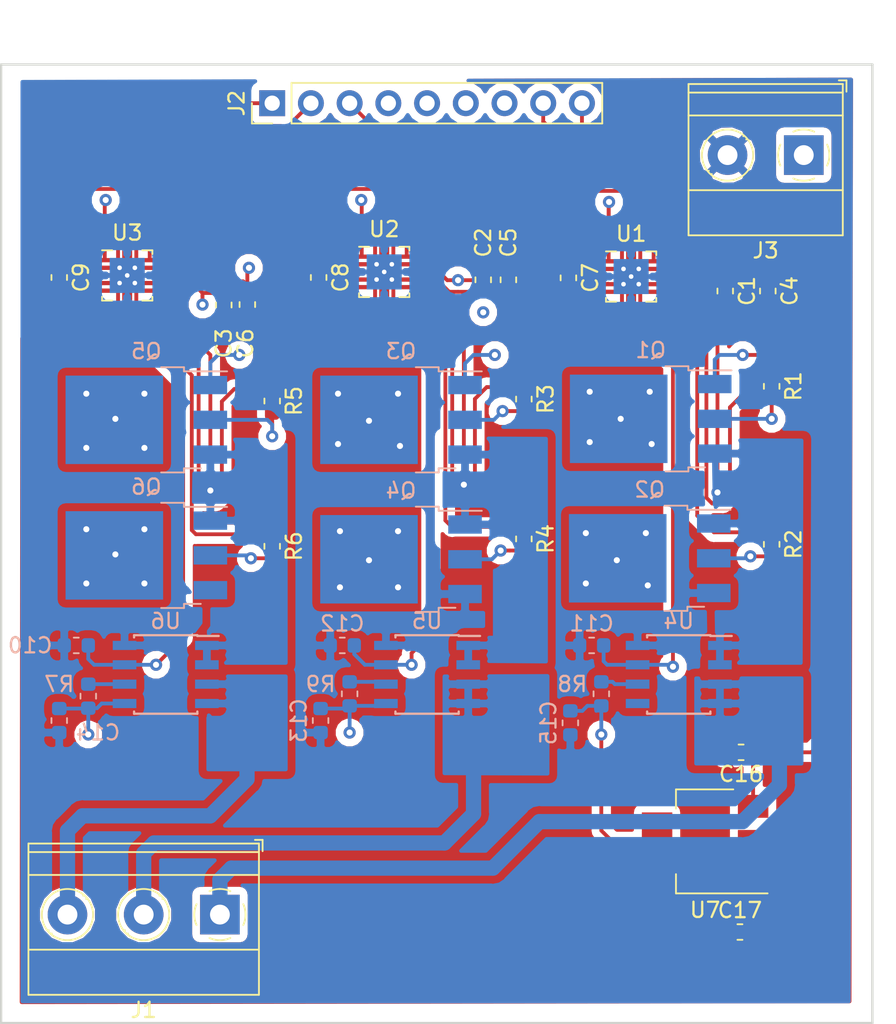
<source format=kicad_pcb>
(kicad_pcb (version 20171130) (host pcbnew "(5.0.1)-3")
  (layers (0 F.Cu signal) (1 In1.Cu power) (2 In2.Cu power) (31 B.Cu signal) (34 B.Paste user) (35 F.Paste user) (36 B.SilkS user) (37 F.SilkS user) (38 B.Mask user) (39 F.Mask user) (44 Edge.Cuts user))
  (net 0 "")
  (net 1 "/Control Signals (from FPGA or microcontroller)/H1")
  (net 2 GND)
  (net 3 "/Control Signals (from FPGA or microcontroller)/H2")
  (net 4 "/Control Signals (from FPGA or microcontroller)/H3")
  (net 5 "/Control Signals (from FPGA or microcontroller)/L1")
  (net 6 "/Control Signals (from FPGA or microcontroller)/L2")
  (net 7 "/Control Signals (from FPGA or microcontroller)/L3")
  (net 8 "Net-(C7-Pad1)")
  (net 9 "/Three Phase Bridge/PHASE_1")
  (net 10 "/Three Phase Bridge/PHASE_2")
  (net 11 "Net-(C8-Pad1)")
  (net 12 "Net-(C9-Pad1)")
  (net 13 "/Three Phase Bridge/PHASE_3")
  (net 14 "/Control Signals (from FPGA or microcontroller)/VS_3")
  (net 15 "/Control Signals (from FPGA or microcontroller)/VS_1")
  (net 16 "/Control Signals (from FPGA or microcontroller)/VS_2")
  (net 17 +3V3)
  (net 18 "Net-(Q1-Pad2)")
  (net 19 V_POWER)
  (net 20 "Net-(Q2-Pad2)")
  (net 21 "Net-(Q3-Pad2)")
  (net 22 "Net-(Q4-Pad2)")
  (net 23 "Net-(Q5-Pad2)")
  (net 24 "Net-(Q6-Pad2)")
  (net 25 "Net-(R1-Pad1)")
  (net 26 "Net-(R2-Pad1)")
  (net 27 "Net-(R3-Pad1)")
  (net 28 "Net-(R4-Pad1)")
  (net 29 "Net-(R6-Pad1)")
  (net 30 "Net-(R5-Pad1)")
  (net 31 "/Motor Output/output_1")
  (net 32 "Net-(U4-Pad5)")
  (net 33 "/Motor Output/fault_1")
  (net 34 "/Motor Output/fault_2")
  (net 35 "/Motor Output/output_2")
  (net 36 "/Motor Output/output_3")
  (net 37 "/Motor Output/fault_3")
  (module Capacitor_SMD:C_0603_1608Metric (layer F.Cu) (at 158.242 52.959 270)
    (fp_text reference C4 (at 0 -1.43 270) (layer F.SilkS))
    (fp_text value 100pF)
    (pad 2 smd roundrect (at 0.7875 0 270) (size 0.875 0.95) (layers F.Cu F.Paste F.Mask) (net 2 GND))
    (pad 1 smd roundrect (at -0.7875 0 270) (size 0.875 0.95) (layers F.Cu F.Paste F.Mask) (net 5 "/Control Signals (from FPGA or microcontroller)/L1"))
  )
  (module Capacitor_SMD:C_0603_1608Metric (layer F.Cu) (at 145.161 52.0955 270)
    (fp_text reference C7 (at 0 -1.43 270) (layer F.SilkS))
    (fp_text value "4.7 uF")
    (pad 1 smd roundrect (at -0.7875 0 270) (size 0.875 0.95) (layers F.Cu F.Paste F.Mask) (net 8 "Net-(C7-Pad1)"))
    (pad 2 smd roundrect (at 0.7875 0 270) (size 0.875 0.95) (layers F.Cu F.Paste F.Mask) (net 9 "/Three Phase Bridge/PHASE_1"))
  )
  (module TerminalBlock_Phoenix:TerminalBlock_Phoenix_MKDS-1,5-2_1x02_P5.00mm_Horizontal (layer F.Cu) (at 160.6004 44.0436 180)
    (fp_text reference J3 (at 2.5 -6.26 180) (layer F.SilkS))
    (fp_text value Screw_Terminal_01x02)
    (pad 1 thru_hole rect (at 0 0 180) (size 2.6 2.6) (drill 1.3) (layers *.Cu *.Mask) (net 19 V_POWER))
    (pad 2 thru_hole circle (at 5 0 180) (size 2.6 2.6) (drill 1.3) (layers *.Cu *.Mask) (net 2 GND))
  )
  (module Capacitor_SMD:C_0603_1608Metric (layer F.Cu) (at 139.573 52.2225 90)
    (fp_text reference C2 (at 2.4385 0 90) (layer F.SilkS))
    (fp_text value 100pF)
    (pad 2 smd roundrect (at 0.7875 0 90) (size 0.875 0.95) (layers F.Cu F.Paste F.Mask) (net 2 GND))
    (pad 1 smd roundrect (at -0.7875 0 90) (size 0.875 0.95) (layers F.Cu F.Paste F.Mask) (net 3 "/Control Signals (from FPGA or microcontroller)/H2"))
  )
  (module TerminalBlock_Phoenix:TerminalBlock_Phoenix_MKDS-1,5-3_1x03_P5.00mm_Horizontal (layer F.Cu) (at 122.301 93.853 180)
    (fp_text reference J1 (at 5 -6.26 180) (layer F.SilkS))
    (fp_text value Screw_Terminal_01x03)
    (pad 1 thru_hole rect (at 0 0 180) (size 2.6 2.6) (drill 1.3) (layers *.Cu *.Mask) (net 31 "/Motor Output/output_1"))
    (pad 2 thru_hole circle (at 5 0 180) (size 2.6 2.6) (drill 1.3) (layers *.Cu *.Mask) (net 35 "/Motor Output/output_2"))
    (pad 3 thru_hole circle (at 10 0 180) (size 2.6 2.6) (drill 1.3) (layers *.Cu *.Mask) (net 36 "/Motor Output/output_3"))
  )
  (module Capacitor_SMD:C_0603_1608Metric (layer F.Cu) (at 155.448 52.959 270)
    (fp_text reference C1 (at 0 -1.43 270) (layer F.SilkS))
    (fp_text value 100pF)
    (pad 1 smd roundrect (at -0.7875 0 270) (size 0.875 0.95) (layers F.Cu F.Paste F.Mask) (net 1 "/Control Signals (from FPGA or microcontroller)/H1"))
    (pad 2 smd roundrect (at 0.7875 0 270) (size 0.875 0.95) (layers F.Cu F.Paste F.Mask) (net 2 GND))
  )
  (module Capacitor_SMD:C_0603_1608Metric (layer F.Cu) (at 122.555 53.8735 270)
    (fp_text reference C3 (at 2.5145 0 270) (layer F.SilkS))
    (fp_text value 100pF)
    (pad 1 smd roundrect (at -0.7875 0 270) (size 0.875 0.95) (layers F.Cu F.Paste F.Mask) (net 4 "/Control Signals (from FPGA or microcontroller)/H3"))
    (pad 2 smd roundrect (at 0.7875 0 270) (size 0.875 0.95) (layers F.Cu F.Paste F.Mask) (net 2 GND))
  )
  (module Capacitor_SMD:C_0603_1608Metric (layer F.Cu) (at 141.224 52.2225 90)
    (fp_text reference C5 (at 2.4385 0 90) (layer F.SilkS))
    (fp_text value 100pF)
    (pad 2 smd roundrect (at 0.7875 0 90) (size 0.875 0.95) (layers F.Cu F.Paste F.Mask) (net 2 GND))
    (pad 1 smd roundrect (at -0.7875 0 90) (size 0.875 0.95) (layers F.Cu F.Paste F.Mask) (net 6 "/Control Signals (from FPGA or microcontroller)/L2"))
  )
  (module Capacitor_SMD:C_0603_1608Metric (layer F.Cu) (at 124.100264 53.845688 270)
    (fp_text reference C6 (at 2.54 0.127 270) (layer F.SilkS))
    (fp_text value 100pF)
    (pad 1 smd roundrect (at -0.7875 0 270) (size 0.875 0.95) (layers F.Cu F.Paste F.Mask) (net 7 "/Control Signals (from FPGA or microcontroller)/L3"))
    (pad 2 smd roundrect (at 0.7875 0 270) (size 0.875 0.95) (layers F.Cu F.Paste F.Mask) (net 2 GND))
  )
  (module Capacitor_SMD:C_0603_1608Metric (layer F.Cu) (at 128.778 52.07 270)
    (fp_text reference C8 (at 0 -1.43 270) (layer F.SilkS))
    (fp_text value "4.7 uF")
    (pad 2 smd roundrect (at 0.7875 0 270) (size 0.875 0.95) (layers F.Cu F.Paste F.Mask) (net 10 "/Three Phase Bridge/PHASE_2"))
    (pad 1 smd roundrect (at -0.7875 0 270) (size 0.875 0.95) (layers F.Cu F.Paste F.Mask) (net 11 "Net-(C8-Pad1)"))
  )
  (module Capacitor_SMD:C_0603_1608Metric (layer F.Cu) (at 111.76 52.07 270)
    (fp_text reference C9 (at 0 -1.43 270) (layer F.SilkS))
    (fp_text value "4.7 uF")
    (pad 1 smd roundrect (at -0.7875 0 270) (size 0.875 0.95) (layers F.Cu F.Paste F.Mask) (net 12 "Net-(C9-Pad1)"))
    (pad 2 smd roundrect (at 0.7875 0 270) (size 0.875 0.95) (layers F.Cu F.Paste F.Mask) (net 13 "/Three Phase Bridge/PHASE_3"))
  )
  (module Capacitor_SMD:C_0603_1608Metric (layer B.Cu) (at 112.8775 76.2 180)
    (fp_text reference C10 (at 3.0225 0 180) (layer B.SilkS) (effects (justify mirror)))
    (fp_text value 1nF)
    (pad 1 smd roundrect (at -0.7875 0 180) (size 0.875 0.95) (layers B.Cu B.Paste B.Mask) (net 14 "/Control Signals (from FPGA or microcontroller)/VS_3"))
    (pad 2 smd roundrect (at 0.7875 0 180) (size 0.875 0.95) (layers B.Cu B.Paste B.Mask) (net 2 GND))
  )
  (module Capacitor_SMD:C_0603_1608Metric (layer B.Cu) (at 146.685 76.2 180)
    (fp_text reference C11 (at 0 1.43 180) (layer B.SilkS) (effects (justify mirror)))
    (fp_text value 1nF)
    (pad 1 smd roundrect (at -0.7875 0 180) (size 0.875 0.95) (layers B.Cu B.Paste B.Mask) (net 15 "/Control Signals (from FPGA or microcontroller)/VS_1"))
    (pad 2 smd roundrect (at 0.7875 0 180) (size 0.875 0.95) (layers B.Cu B.Paste B.Mask) (net 2 GND))
  )
  (module Capacitor_SMD:C_0603_1608Metric (layer B.Cu) (at 130.3275 76.2 180)
    (fp_text reference C12 (at 0 1.43 180) (layer B.SilkS) (effects (justify mirror)))
    (fp_text value 1nF)
    (pad 2 smd roundrect (at 0.7875 0 180) (size 0.875 0.95) (layers B.Cu B.Paste B.Mask) (net 2 GND))
    (pad 1 smd roundrect (at -0.7875 0 180) (size 0.875 0.95) (layers B.Cu B.Paste B.Mask) (net 16 "/Control Signals (from FPGA or microcontroller)/VS_2"))
  )
  (module Capacitor_SMD:C_0603_1608Metric (layer B.Cu) (at 128.905 81.1275 270)
    (fp_text reference C13 (at 0 1.43 270) (layer B.SilkS) (effects (justify mirror)))
    (fp_text value 0.1uF)
    (pad 2 smd roundrect (at 0.7875 0 270) (size 0.875 0.95) (layers B.Cu B.Paste B.Mask) (net 2 GND))
    (pad 1 smd roundrect (at -0.7875 0 270) (size 0.875 0.95) (layers B.Cu B.Paste B.Mask) (net 17 +3V3))
  )
  (module Capacitor_SMD:C_0603_1608Metric (layer B.Cu) (at 111.76 81.1275 270)
    (fp_text reference C14 (at 0.7875 -2.54 180) (layer B.SilkS) (effects (justify mirror)))
    (fp_text value 0.1uF)
    (pad 1 smd roundrect (at -0.7875 0 270) (size 0.875 0.95) (layers B.Cu B.Paste B.Mask) (net 17 +3V3))
    (pad 2 smd roundrect (at 0.7875 0 270) (size 0.875 0.95) (layers B.Cu B.Paste B.Mask) (net 2 GND))
  )
  (module Capacitor_SMD:C_0603_1608Metric (layer B.Cu) (at 145.288 81.28 270)
    (fp_text reference C15 (at 0 1.43 270) (layer B.SilkS) (effects (justify mirror)))
    (fp_text value 0.1uF)
    (pad 2 smd roundrect (at 0.7875 0 270) (size 0.875 0.95) (layers B.Cu B.Paste B.Mask) (net 2 GND))
    (pad 1 smd roundrect (at -0.7875 0 270) (size 0.875 0.95) (layers B.Cu B.Paste B.Mask) (net 17 +3V3))
  )
  (module Package_SON:Texas_S-PWSON-N10_ThermalVias (layer F.Cu) (at 149.276 52.009)
    (fp_text reference U1 (at 0 -2.8) (layer F.SilkS))
    (fp_text value UCC27212)
    (pad 11 smd rect (at -0.6 1.425) (size 0.25 0.7) (layers F.Cu F.Paste F.Mask) (net 2 GND))
    (pad 11 smd rect (at 0.6 1.425) (size 0.25 0.7) (layers F.Cu F.Paste F.Mask) (net 2 GND))
    (pad 11 smd rect (at -0.6 -1.425) (size 0.25 0.7) (layers F.Cu F.Paste F.Mask) (net 2 GND))
    (pad 11 smd rect (at 0.6 -1.425) (size 0.25 0.7) (layers F.Cu F.Paste F.Mask) (net 2 GND))
    (pad 1 smd oval (at -1.475 -1) (size 0.85 0.28) (layers F.Cu F.Paste F.Mask) (net 19 V_POWER))
    (pad 2 smd oval (at -1.475 -0.5) (size 0.85 0.28) (layers F.Cu F.Paste F.Mask) (net 8 "Net-(C7-Pad1)"))
    (pad 3 smd rect (at -1.76 0) (size 0.28 0.28) (layers F.Cu F.Paste F.Mask) (net 25 "Net-(R1-Pad1)"))
    (pad 4 smd oval (at -1.475 0.5) (size 0.85 0.28) (layers F.Cu F.Paste F.Mask) (net 9 "/Three Phase Bridge/PHASE_1"))
    (pad 5 smd rect (at -1.76 1) (size 0.28 0.28) (layers F.Cu F.Paste F.Mask))
    (pad 6 smd oval (at 1.475 1) (size 0.85 0.28) (layers F.Cu F.Paste F.Mask))
    (pad 7 smd oval (at 1.475 0.5) (size 0.85 0.28) (layers F.Cu F.Paste F.Mask) (net 1 "/Control Signals (from FPGA or microcontroller)/H1"))
    (pad 8 smd rect (at 1.76 0) (size 0.28 0.28) (layers F.Cu F.Paste F.Mask) (net 5 "/Control Signals (from FPGA or microcontroller)/L1"))
    (pad 9 smd rect (at 1.76 -0.5) (size 0.28 0.28) (layers F.Cu F.Paste F.Mask) (net 2 GND))
    (pad 10 smd rect (at 1.76 -1) (size 0.28 0.28) (layers F.Cu F.Paste F.Mask) (net 26 "Net-(R2-Pad1)"))
    (pad 11 thru_hole circle (at 0 0) (size 0.6 0.6) (drill 0.3) (layers *.Cu *.Mask) (net 2 GND))
    (pad 11 thru_hole circle (at -0.5 -0.5) (size 0.6 0.6) (drill 0.3) (layers *.Cu *.Mask) (net 2 GND))
    (pad 11 thru_hole circle (at 0.5 -0.5) (size 0.6 0.6) (drill 0.3) (layers *.Cu *.Mask) (net 2 GND))
    (pad 11 thru_hole circle (at -0.5 0.5) (size 0.6 0.6) (drill 0.3) (layers *.Cu *.Mask) (net 2 GND))
    (pad 11 thru_hole circle (at 0.5 0.5) (size 0.6 0.6) (drill 0.3) (layers *.Cu *.Mask) (net 2 GND))
    (pad 11 smd rect (at -0.2 -1.425) (size 0.25 0.7) (layers F.Cu F.Paste F.Mask) (net 2 GND))
    (pad 11 smd rect (at 0.2 -1.425) (size 0.25 0.7) (layers F.Cu F.Paste F.Mask) (net 2 GND))
    (pad 11 smd rect (at -0.2 1.425) (size 0.25 0.7) (layers F.Cu F.Paste F.Mask) (net 2 GND))
    (pad 11 smd rect (at 0.2 1.425) (size 0.25 0.7) (layers F.Cu F.Paste F.Mask) (net 2 GND))
    (pad 11 smd rect (at 0 0) (size 1.7 2.15) (layers F.Cu F.Mask) (net 2 GND))
    (pad 1 smd rect (at -1.76 -1) (size 0.28 0.28) (layers F.Cu F.Paste F.Mask) (net 19 V_POWER))
    (pad 2 smd rect (at -1.76 -0.5) (size 0.28 0.28) (layers F.Cu F.Paste F.Mask) (net 8 "Net-(C7-Pad1)"))
    (pad 3 smd oval (at -1.475 0) (size 0.85 0.28) (layers F.Cu F.Paste F.Mask) (net 25 "Net-(R1-Pad1)"))
    (pad 4 smd rect (at -1.76 0.5) (size 0.28 0.28) (layers F.Cu F.Paste F.Mask) (net 9 "/Three Phase Bridge/PHASE_1"))
    (pad 5 smd oval (at -1.475 1) (size 0.85 0.28) (layers F.Cu F.Paste F.Mask))
    (pad 6 smd rect (at 1.76 1) (size 0.28 0.28) (layers F.Cu F.Paste F.Mask))
    (pad 7 smd rect (at 1.76 0.5) (size 0.28 0.28) (layers F.Cu F.Paste F.Mask) (net 1 "/Control Signals (from FPGA or microcontroller)/H1"))
    (pad 8 smd oval (at 1.475 0) (size 0.85 0.28) (layers F.Cu F.Paste F.Mask) (net 5 "/Control Signals (from FPGA or microcontroller)/L1"))
    (pad 9 smd oval (at 1.475 -0.5) (size 0.85 0.28) (layers F.Cu F.Paste F.Mask) (net 2 GND))
    (pad 10 smd oval (at 1.475 -1) (size 0.85 0.28) (layers F.Cu F.Paste F.Mask) (net 26 "Net-(R2-Pad1)"))
    (pad 11 smd rect (at -0.001 0) (size 2.3 2.3) (layers B.Cu) (net 2 GND))
    (pad 11 smd rect (at -0.435 -0.56) (size 0.65 0.9) (layers F.Cu F.Paste F.Mask) (net 2 GND))
    (pad 11 smd rect (at 0.435 0.56) (size 0.65 0.9) (layers F.Cu F.Paste F.Mask) (net 2 GND))
    (pad 11 smd rect (at -0.435 0.56) (size 0.65 0.9) (layers F.Cu F.Paste F.Mask) (net 2 GND))
    (pad 11 smd rect (at 0.435 -0.56) (size 0.65 0.9) (layers F.Cu F.Paste F.Mask) (net 2 GND))
    (pad 11 smd rect (at -0.6 -1.425) (size 0.23 0.6) (layers F.Cu F.Paste F.Mask) (net 2 GND))
    (pad 11 smd rect (at -0.2 -1.425) (size 0.23 0.6) (layers F.Cu F.Paste F.Mask) (net 2 GND))
    (pad 11 smd rect (at 0.2 -1.425) (size 0.23 0.6) (layers F.Cu F.Paste F.Mask) (net 2 GND))
    (pad 11 smd rect (at 0.6 -1.425) (size 0.23 0.6) (layers F.Cu F.Paste F.Mask) (net 2 GND))
    (pad 11 smd rect (at -0.6 1.425) (size 0.23 0.6) (layers F.Cu F.Paste F.Mask) (net 2 GND))
    (pad 11 smd rect (at -0.2 1.425) (size 0.23 0.6) (layers F.Cu F.Paste F.Mask) (net 2 GND))
    (pad 11 smd rect (at 0.2 1.425) (size 0.23 0.6) (layers F.Cu F.Paste F.Mask) (net 2 GND))
    (pad 11 smd rect (at 0.6 1.425) (size 0.23 0.6) (layers F.Cu F.Paste F.Mask) (net 2 GND))
  )
  (module Package_SON:Texas_S-PWSON-N10_ThermalVias (layer F.Cu) (at 133.078 51.705)
    (fp_text reference U2 (at 0 -2.8) (layer F.SilkS))
    (fp_text value UCC27212)
    (pad 11 smd rect (at -0.6 1.425) (size 0.25 0.7) (layers F.Cu F.Paste F.Mask) (net 2 GND))
    (pad 11 smd rect (at 0.6 1.425) (size 0.25 0.7) (layers F.Cu F.Paste F.Mask) (net 2 GND))
    (pad 11 smd rect (at -0.6 -1.425) (size 0.25 0.7) (layers F.Cu F.Paste F.Mask) (net 2 GND))
    (pad 11 smd rect (at 0.6 -1.425) (size 0.25 0.7) (layers F.Cu F.Paste F.Mask) (net 2 GND))
    (pad 1 smd oval (at -1.475 -1) (size 0.85 0.28) (layers F.Cu F.Paste F.Mask) (net 19 V_POWER))
    (pad 2 smd oval (at -1.475 -0.5) (size 0.85 0.28) (layers F.Cu F.Paste F.Mask) (net 11 "Net-(C8-Pad1)"))
    (pad 3 smd rect (at -1.76 0) (size 0.28 0.28) (layers F.Cu F.Paste F.Mask) (net 27 "Net-(R3-Pad1)"))
    (pad 4 smd oval (at -1.475 0.5) (size 0.85 0.28) (layers F.Cu F.Paste F.Mask) (net 10 "/Three Phase Bridge/PHASE_2"))
    (pad 5 smd rect (at -1.76 1) (size 0.28 0.28) (layers F.Cu F.Paste F.Mask))
    (pad 6 smd oval (at 1.475 1) (size 0.85 0.28) (layers F.Cu F.Paste F.Mask))
    (pad 7 smd oval (at 1.475 0.5) (size 0.85 0.28) (layers F.Cu F.Paste F.Mask) (net 3 "/Control Signals (from FPGA or microcontroller)/H2"))
    (pad 8 smd rect (at 1.76 0) (size 0.28 0.28) (layers F.Cu F.Paste F.Mask) (net 6 "/Control Signals (from FPGA or microcontroller)/L2"))
    (pad 9 smd rect (at 1.76 -0.5) (size 0.28 0.28) (layers F.Cu F.Paste F.Mask) (net 2 GND))
    (pad 10 smd rect (at 1.76 -1) (size 0.28 0.28) (layers F.Cu F.Paste F.Mask) (net 28 "Net-(R4-Pad1)"))
    (pad 11 thru_hole circle (at 0 0) (size 0.6 0.6) (drill 0.3) (layers *.Cu *.Mask) (net 2 GND))
    (pad 11 thru_hole circle (at -0.5 -0.5) (size 0.6 0.6) (drill 0.3) (layers *.Cu *.Mask) (net 2 GND))
    (pad 11 thru_hole circle (at 0.5 -0.5) (size 0.6 0.6) (drill 0.3) (layers *.Cu *.Mask) (net 2 GND))
    (pad 11 thru_hole circle (at -0.5 0.5) (size 0.6 0.6) (drill 0.3) (layers *.Cu *.Mask) (net 2 GND))
    (pad 11 thru_hole circle (at 0.5 0.5) (size 0.6 0.6) (drill 0.3) (layers *.Cu *.Mask) (net 2 GND))
    (pad 11 smd rect (at -0.2 -1.425) (size 0.25 0.7) (layers F.Cu F.Paste F.Mask) (net 2 GND))
    (pad 11 smd rect (at 0.2 -1.425) (size 0.25 0.7) (layers F.Cu F.Paste F.Mask) (net 2 GND))
    (pad 11 smd rect (at -0.2 1.425) (size 0.25 0.7) (layers F.Cu F.Paste F.Mask) (net 2 GND))
    (pad 11 smd rect (at 0.2 1.425) (size 0.25 0.7) (layers F.Cu F.Paste F.Mask) (net 2 GND))
    (pad 11 smd rect (at 0 0) (size 1.7 2.15) (layers F.Cu F.Mask) (net 2 GND))
    (pad 1 smd rect (at -1.76 -1) (size 0.28 0.28) (layers F.Cu F.Paste F.Mask) (net 19 V_POWER))
    (pad 2 smd rect (at -1.76 -0.5) (size 0.28 0.28) (layers F.Cu F.Paste F.Mask) (net 11 "Net-(C8-Pad1)"))
    (pad 3 smd oval (at -1.475 0) (size 0.85 0.28) (layers F.Cu F.Paste F.Mask) (net 27 "Net-(R3-Pad1)"))
    (pad 4 smd rect (at -1.76 0.5) (size 0.28 0.28) (layers F.Cu F.Paste F.Mask) (net 10 "/Three Phase Bridge/PHASE_2"))
    (pad 5 smd oval (at -1.475 1) (size 0.85 0.28) (layers F.Cu F.Paste F.Mask))
    (pad 6 smd rect (at 1.76 1) (size 0.28 0.28) (layers F.Cu F.Paste F.Mask))
    (pad 7 smd rect (at 1.76 0.5) (size 0.28 0.28) (layers F.Cu F.Paste F.Mask) (net 3 "/Control Signals (from FPGA or microcontroller)/H2"))
    (pad 8 smd oval (at 1.475 0) (size 0.85 0.28) (layers F.Cu F.Paste F.Mask) (net 6 "/Control Signals (from FPGA or microcontroller)/L2"))
    (pad 9 smd oval (at 1.475 -0.5) (size 0.85 0.28) (layers F.Cu F.Paste F.Mask) (net 2 GND))
    (pad 10 smd oval (at 1.475 -1) (size 0.85 0.28) (layers F.Cu F.Paste F.Mask) (net 28 "Net-(R4-Pad1)"))
    (pad 11 smd rect (at -0.001 0) (size 2.3 2.3) (layers B.Cu) (net 2 GND))
    (pad 11 smd rect (at -0.435 -0.56) (size 0.65 0.9) (layers F.Cu F.Paste F.Mask) (net 2 GND))
    (pad 11 smd rect (at 0.435 0.56) (size 0.65 0.9) (layers F.Cu F.Paste F.Mask) (net 2 GND))
    (pad 11 smd rect (at -0.435 0.56) (size 0.65 0.9) (layers F.Cu F.Paste F.Mask) (net 2 GND))
    (pad 11 smd rect (at 0.435 -0.56) (size 0.65 0.9) (layers F.Cu F.Paste F.Mask) (net 2 GND))
    (pad 11 smd rect (at -0.6 -1.425) (size 0.23 0.6) (layers F.Cu F.Paste F.Mask) (net 2 GND))
    (pad 11 smd rect (at -0.2 -1.425) (size 0.23 0.6) (layers F.Cu F.Paste F.Mask) (net 2 GND))
    (pad 11 smd rect (at 0.2 -1.425) (size 0.23 0.6) (layers F.Cu F.Paste F.Mask) (net 2 GND))
    (pad 11 smd rect (at 0.6 -1.425) (size 0.23 0.6) (layers F.Cu F.Paste F.Mask) (net 2 GND))
    (pad 11 smd rect (at -0.6 1.425) (size 0.23 0.6) (layers F.Cu F.Paste F.Mask) (net 2 GND))
    (pad 11 smd rect (at -0.2 1.425) (size 0.23 0.6) (layers F.Cu F.Paste F.Mask) (net 2 GND))
    (pad 11 smd rect (at 0.2 1.425) (size 0.23 0.6) (layers F.Cu F.Paste F.Mask) (net 2 GND))
    (pad 11 smd rect (at 0.6 1.425) (size 0.23 0.6) (layers F.Cu F.Paste F.Mask) (net 2 GND))
  )
  (module Package_SON:Texas_S-PWSON-N10_ThermalVias (layer F.Cu) (at 116.22 51.935)
    (fp_text reference U3 (at 0 -2.8) (layer F.SilkS))
    (fp_text value UCC27212)
    (pad 11 smd rect (at 0.6 1.425) (size 0.23 0.6) (layers F.Cu F.Paste F.Mask) (net 2 GND))
    (pad 11 smd rect (at 0.2 1.425) (size 0.23 0.6) (layers F.Cu F.Paste F.Mask) (net 2 GND))
    (pad 11 smd rect (at -0.2 1.425) (size 0.23 0.6) (layers F.Cu F.Paste F.Mask) (net 2 GND))
    (pad 11 smd rect (at -0.6 1.425) (size 0.23 0.6) (layers F.Cu F.Paste F.Mask) (net 2 GND))
    (pad 11 smd rect (at 0.6 -1.425) (size 0.23 0.6) (layers F.Cu F.Paste F.Mask) (net 2 GND))
    (pad 11 smd rect (at 0.2 -1.425) (size 0.23 0.6) (layers F.Cu F.Paste F.Mask) (net 2 GND))
    (pad 11 smd rect (at -0.2 -1.425) (size 0.23 0.6) (layers F.Cu F.Paste F.Mask) (net 2 GND))
    (pad 11 smd rect (at -0.6 -1.425) (size 0.23 0.6) (layers F.Cu F.Paste F.Mask) (net 2 GND))
    (pad 11 smd rect (at 0.435 -0.56) (size 0.65 0.9) (layers F.Cu F.Paste F.Mask) (net 2 GND))
    (pad 11 smd rect (at -0.435 0.56) (size 0.65 0.9) (layers F.Cu F.Paste F.Mask) (net 2 GND))
    (pad 11 smd rect (at 0.435 0.56) (size 0.65 0.9) (layers F.Cu F.Paste F.Mask) (net 2 GND))
    (pad 11 smd rect (at -0.435 -0.56) (size 0.65 0.9) (layers F.Cu F.Paste F.Mask) (net 2 GND))
    (pad 11 smd rect (at -0.001 0) (size 2.3 2.3) (layers B.Cu) (net 2 GND))
    (pad 10 smd oval (at 1.475 -1) (size 0.85 0.28) (layers F.Cu F.Paste F.Mask) (net 29 "Net-(R6-Pad1)"))
    (pad 9 smd oval (at 1.475 -0.5) (size 0.85 0.28) (layers F.Cu F.Paste F.Mask) (net 2 GND))
    (pad 8 smd oval (at 1.475 0) (size 0.85 0.28) (layers F.Cu F.Paste F.Mask) (net 7 "/Control Signals (from FPGA or microcontroller)/L3"))
    (pad 7 smd rect (at 1.76 0.5) (size 0.28 0.28) (layers F.Cu F.Paste F.Mask) (net 4 "/Control Signals (from FPGA or microcontroller)/H3"))
    (pad 6 smd rect (at 1.76 1) (size 0.28 0.28) (layers F.Cu F.Paste F.Mask))
    (pad 5 smd oval (at -1.475 1) (size 0.85 0.28) (layers F.Cu F.Paste F.Mask))
    (pad 4 smd rect (at -1.76 0.5) (size 0.28 0.28) (layers F.Cu F.Paste F.Mask) (net 13 "/Three Phase Bridge/PHASE_3"))
    (pad 3 smd oval (at -1.475 0) (size 0.85 0.28) (layers F.Cu F.Paste F.Mask) (net 30 "Net-(R5-Pad1)"))
    (pad 2 smd rect (at -1.76 -0.5) (size 0.28 0.28) (layers F.Cu F.Paste F.Mask) (net 12 "Net-(C9-Pad1)"))
    (pad 1 smd rect (at -1.76 -1) (size 0.28 0.28) (layers F.Cu F.Paste F.Mask) (net 19 V_POWER))
    (pad 11 smd rect (at 0 0) (size 1.7 2.15) (layers F.Cu F.Mask) (net 2 GND))
    (pad 11 smd rect (at 0.2 1.425) (size 0.25 0.7) (layers F.Cu F.Paste F.Mask) (net 2 GND))
    (pad 11 smd rect (at -0.2 1.425) (size 0.25 0.7) (layers F.Cu F.Paste F.Mask) (net 2 GND))
    (pad 11 smd rect (at 0.2 -1.425) (size 0.25 0.7) (layers F.Cu F.Paste F.Mask) (net 2 GND))
    (pad 11 smd rect (at -0.2 -1.425) (size 0.25 0.7) (layers F.Cu F.Paste F.Mask) (net 2 GND))
    (pad 11 thru_hole circle (at 0.5 0.5) (size 0.6 0.6) (drill 0.3) (layers *.Cu *.Mask) (net 2 GND))
    (pad 11 thru_hole circle (at -0.5 0.5) (size 0.6 0.6) (drill 0.3) (layers *.Cu *.Mask) (net 2 GND))
    (pad 11 thru_hole circle (at 0.5 -0.5) (size 0.6 0.6) (drill 0.3) (layers *.Cu *.Mask) (net 2 GND))
    (pad 11 thru_hole circle (at -0.5 -0.5) (size 0.6 0.6) (drill 0.3) (layers *.Cu *.Mask) (net 2 GND))
    (pad 11 thru_hole circle (at 0 0) (size 0.6 0.6) (drill 0.3) (layers *.Cu *.Mask) (net 2 GND))
    (pad 10 smd rect (at 1.76 -1) (size 0.28 0.28) (layers F.Cu F.Paste F.Mask) (net 29 "Net-(R6-Pad1)"))
    (pad 9 smd rect (at 1.76 -0.5) (size 0.28 0.28) (layers F.Cu F.Paste F.Mask) (net 2 GND))
    (pad 8 smd rect (at 1.76 0) (size 0.28 0.28) (layers F.Cu F.Paste F.Mask) (net 7 "/Control Signals (from FPGA or microcontroller)/L3"))
    (pad 7 smd oval (at 1.475 0.5) (size 0.85 0.28) (layers F.Cu F.Paste F.Mask) (net 4 "/Control Signals (from FPGA or microcontroller)/H3"))
    (pad 6 smd oval (at 1.475 1) (size 0.85 0.28) (layers F.Cu F.Paste F.Mask))
    (pad 5 smd rect (at -1.76 1) (size 0.28 0.28) (layers F.Cu F.Paste F.Mask))
    (pad 4 smd oval (at -1.475 0.5) (size 0.85 0.28) (layers F.Cu F.Paste F.Mask) (net 13 "/Three Phase Bridge/PHASE_3"))
    (pad 3 smd rect (at -1.76 0) (size 0.28 0.28) (layers F.Cu F.Paste F.Mask) (net 30 "Net-(R5-Pad1)"))
    (pad 2 smd oval (at -1.475 -0.5) (size 0.85 0.28) (layers F.Cu F.Paste F.Mask) (net 12 "Net-(C9-Pad1)"))
    (pad 1 smd oval (at -1.475 -1) (size 0.85 0.28) (layers F.Cu F.Paste F.Mask) (net 19 V_POWER))
    (pad 11 smd rect (at 0.6 -1.425) (size 0.25 0.7) (layers F.Cu F.Paste F.Mask) (net 2 GND))
    (pad 11 smd rect (at -0.6 -1.425) (size 0.25 0.7) (layers F.Cu F.Paste F.Mask) (net 2 GND))
    (pad 11 smd rect (at 0.6 1.425) (size 0.25 0.7) (layers F.Cu F.Paste F.Mask) (net 2 GND))
    (pad 11 smd rect (at -0.6 1.425) (size 0.25 0.7) (layers F.Cu F.Paste F.Mask) (net 2 GND))
  )
  (module Package_SO:SOIC-8_3.9x4.9mm_P1.27mm (layer B.Cu) (at 152.4 78.105 180)
    (fp_text reference U4 (at 0 3.5 180) (layer B.SilkS) (effects (justify mirror)))
    (fp_text value ACS711xLCTR-12AB)
    (pad 1 smd rect (at -2.7 1.905 180) (size 1.55 0.6) (layers B.Cu B.Paste B.Mask) (net 9 "/Three Phase Bridge/PHASE_1"))
    (pad 2 smd rect (at -2.7 0.635 180) (size 1.55 0.6) (layers B.Cu B.Paste B.Mask) (net 9 "/Three Phase Bridge/PHASE_1"))
    (pad 3 smd rect (at -2.7 -0.635 180) (size 1.55 0.6) (layers B.Cu B.Paste B.Mask) (net 31 "/Motor Output/output_1"))
    (pad 4 smd rect (at -2.7 -1.905 180) (size 1.55 0.6) (layers B.Cu B.Paste B.Mask) (net 31 "/Motor Output/output_1"))
    (pad 5 smd rect (at 2.7 -1.905 180) (size 1.55 0.6) (layers B.Cu B.Paste B.Mask) (net 32 "Net-(U4-Pad5)"))
    (pad 6 smd rect (at 2.7 -0.635 180) (size 1.55 0.6) (layers B.Cu B.Paste B.Mask) (net 33 "/Motor Output/fault_1"))
    (pad 7 smd rect (at 2.7 0.635 180) (size 1.55 0.6) (layers B.Cu B.Paste B.Mask) (net 15 "/Control Signals (from FPGA or microcontroller)/VS_1"))
    (pad 8 smd rect (at 2.7 1.905 180) (size 1.55 0.6) (layers B.Cu B.Paste B.Mask) (net 2 GND))
  )
  (module Package_SO:SOIC-8_3.9x4.9mm_P1.27mm (layer B.Cu) (at 135.89 78.105 180)
    (fp_text reference U5 (at 0 3.5 180) (layer B.SilkS) (effects (justify mirror)))
    (fp_text value ACS711xLCTR-12AB)
    (pad 8 smd rect (at 2.7 1.905 180) (size 1.55 0.6) (layers B.Cu B.Paste B.Mask) (net 2 GND))
    (pad 7 smd rect (at 2.7 0.635 180) (size 1.55 0.6) (layers B.Cu B.Paste B.Mask) (net 16 "/Control Signals (from FPGA or microcontroller)/VS_2"))
    (pad 6 smd rect (at 2.7 -0.635 180) (size 1.55 0.6) (layers B.Cu B.Paste B.Mask) (net 34 "/Motor Output/fault_2"))
    (pad 5 smd rect (at 2.7 -1.905 180) (size 1.55 0.6) (layers B.Cu B.Paste B.Mask) (net 17 +3V3))
    (pad 4 smd rect (at -2.7 -1.905 180) (size 1.55 0.6) (layers B.Cu B.Paste B.Mask) (net 35 "/Motor Output/output_2"))
    (pad 3 smd rect (at -2.7 -0.635 180) (size 1.55 0.6) (layers B.Cu B.Paste B.Mask) (net 35 "/Motor Output/output_2"))
    (pad 2 smd rect (at -2.7 0.635 180) (size 1.55 0.6) (layers B.Cu B.Paste B.Mask) (net 10 "/Three Phase Bridge/PHASE_2"))
    (pad 1 smd rect (at -2.7 1.905 180) (size 1.55 0.6) (layers B.Cu B.Paste B.Mask) (net 10 "/Three Phase Bridge/PHASE_2"))
  )
  (module Package_SO:SOIC-8_3.9x4.9mm_P1.27mm (layer B.Cu) (at 118.745 78.105 180)
    (fp_text reference U6 (at 0 3.5 180) (layer B.SilkS) (effects (justify mirror)))
    (fp_text value ACS711xLCTR-12AB)
    (pad 1 smd rect (at -2.7 1.905 180) (size 1.55 0.6) (layers B.Cu B.Paste B.Mask) (net 13 "/Three Phase Bridge/PHASE_3"))
    (pad 2 smd rect (at -2.7 0.635 180) (size 1.55 0.6) (layers B.Cu B.Paste B.Mask) (net 13 "/Three Phase Bridge/PHASE_3"))
    (pad 3 smd rect (at -2.7 -0.635 180) (size 1.55 0.6) (layers B.Cu B.Paste B.Mask) (net 36 "/Motor Output/output_3"))
    (pad 4 smd rect (at -2.7 -1.905 180) (size 1.55 0.6) (layers B.Cu B.Paste B.Mask) (net 36 "/Motor Output/output_3"))
    (pad 5 smd rect (at 2.7 -1.905 180) (size 1.55 0.6) (layers B.Cu B.Paste B.Mask) (net 17 +3V3))
    (pad 6 smd rect (at 2.7 -0.635 180) (size 1.55 0.6) (layers B.Cu B.Paste B.Mask) (net 37 "/Motor Output/fault_3"))
    (pad 7 smd rect (at 2.7 0.635 180) (size 1.55 0.6) (layers B.Cu B.Paste B.Mask) (net 14 "/Control Signals (from FPGA or microcontroller)/VS_3"))
    (pad 8 smd rect (at 2.7 1.905 180) (size 1.55 0.6) (layers B.Cu B.Paste B.Mask) (net 2 GND))
  )
  (module Resistor_SMD:R_0603_1608Metric (layer F.Cu) (at 158.496 59.2075 270)
    (fp_text reference R1 (at 0 -1.43 270) (layer F.SilkS))
    (fp_text value 100R)
    (pad 1 smd roundrect (at -0.7875 0 270) (size 0.875 0.95) (layers F.Cu F.Paste F.Mask) (net 25 "Net-(R1-Pad1)"))
    (pad 2 smd roundrect (at 0.7875 0 270) (size 0.875 0.95) (layers F.Cu F.Paste F.Mask) (net 18 "Net-(Q1-Pad2)"))
  )
  (module Resistor_SMD:R_0603_1608Metric (layer F.Cu) (at 158.496 69.5705 270)
    (fp_text reference R2 (at 0 -1.43 270) (layer F.SilkS))
    (fp_text value 100R)
    (pad 2 smd roundrect (at 0.7875 0 270) (size 0.875 0.95) (layers F.Cu F.Paste F.Mask) (net 20 "Net-(Q2-Pad2)"))
    (pad 1 smd roundrect (at -0.7875 0 270) (size 0.875 0.95) (layers F.Cu F.Paste F.Mask) (net 26 "Net-(R2-Pad1)"))
  )
  (module Resistor_SMD:R_0603_1608Metric (layer F.Cu) (at 142.24 60.0455 270)
    (fp_text reference R3 (at 0 -1.43 270) (layer F.SilkS))
    (fp_text value 100R)
    (pad 1 smd roundrect (at -0.7875 0 270) (size 0.875 0.95) (layers F.Cu F.Paste F.Mask) (net 27 "Net-(R3-Pad1)"))
    (pad 2 smd roundrect (at 0.7875 0 270) (size 0.875 0.95) (layers F.Cu F.Paste F.Mask) (net 21 "Net-(Q3-Pad2)"))
  )
  (module Resistor_SMD:R_0603_1608Metric (layer F.Cu) (at 142.24 69.215 270)
    (fp_text reference R4 (at 0 -1.43 270) (layer F.SilkS))
    (fp_text value 100R)
    (pad 2 smd roundrect (at 0.7875 0 270) (size 0.875 0.95) (layers F.Cu F.Paste F.Mask) (net 22 "Net-(Q4-Pad2)"))
    (pad 1 smd roundrect (at -0.7875 0 270) (size 0.875 0.95) (layers F.Cu F.Paste F.Mask) (net 28 "Net-(R4-Pad1)"))
  )
  (module Resistor_SMD:R_0603_1608Metric (layer F.Cu) (at 125.73 60.1725 270)
    (fp_text reference R5 (at 0 -1.43 270) (layer F.SilkS))
    (fp_text value 100R)
    (pad 1 smd roundrect (at -0.7875 0 270) (size 0.875 0.95) (layers F.Cu F.Paste F.Mask) (net 30 "Net-(R5-Pad1)"))
    (pad 2 smd roundrect (at 0.7875 0 270) (size 0.875 0.95) (layers F.Cu F.Paste F.Mask) (net 23 "Net-(Q5-Pad2)"))
  )
  (module Resistor_SMD:R_0603_1608Metric (layer F.Cu) (at 125.73 69.6975 270)
    (fp_text reference R6 (at 0 -1.43 270) (layer F.SilkS))
    (fp_text value 100R)
    (pad 2 smd roundrect (at 0.7875 0 270) (size 0.875 0.95) (layers F.Cu F.Paste F.Mask) (net 24 "Net-(Q6-Pad2)"))
    (pad 1 smd roundrect (at -0.7875 0 270) (size 0.875 0.95) (layers F.Cu F.Paste F.Mask) (net 29 "Net-(R6-Pad1)"))
  )
  (module Resistor_SMD:R_0603_1608Metric (layer B.Cu) (at 113.665 79.5275 90)
    (fp_text reference R7 (at 0.7875 -1.905) (layer B.SilkS) (effects (justify mirror)))
    (fp_text value R100)
    (pad 1 smd roundrect (at -0.7875 0 90) (size 0.875 0.95) (layers B.Cu B.Paste B.Mask) (net 17 +3V3))
    (pad 2 smd roundrect (at 0.7875 0 90) (size 0.875 0.95) (layers B.Cu B.Paste B.Mask) (net 37 "/Motor Output/fault_3"))
  )
  (module Resistor_SMD:R_0603_1608Metric (layer B.Cu) (at 147.32 79.375 90)
    (fp_text reference R8 (at 0.635 -1.905) (layer B.SilkS) (effects (justify mirror)))
    (fp_text value R100)
    (pad 1 smd roundrect (at -0.7875 0 90) (size 0.875 0.95) (layers B.Cu B.Paste B.Mask) (net 17 +3V3))
    (pad 2 smd roundrect (at 0.7875 0 90) (size 0.875 0.95) (layers B.Cu B.Paste B.Mask) (net 33 "/Motor Output/fault_1"))
  )
  (module Resistor_SMD:R_0603_1608Metric (layer B.Cu) (at 130.81 79.375 90)
    (fp_text reference R9 (at 0.635 -1.905) (layer B.SilkS) (effects (justify mirror)))
    (fp_text value R100)
    (pad 2 smd roundrect (at 0.7875 0 90) (size 0.875 0.95) (layers B.Cu B.Paste B.Mask) (net 34 "/Motor Output/fault_2"))
    (pad 1 smd roundrect (at -0.7875 0 90) (size 0.875 0.95) (layers B.Cu B.Paste B.Mask) (net 17 +3V3))
  )
  (module Connector_PinHeader_2.54mm:PinHeader_1x09_P2.54mm_Vertical (layer F.Cu) (at 125.73 40.64 90)
    (fp_text reference J2 (at 0 -2.33 90) (layer F.SilkS))
    (fp_text value Conn_01x09_Male)
    (pad 1 thru_hole rect (at 0 0 90) (size 1.7 1.7) (drill 1) (layers *.Cu *.Mask) (net 14 "/Control Signals (from FPGA or microcontroller)/VS_3"))
    (pad 2 thru_hole oval (at 0 2.54 90) (size 1.7 1.7) (drill 1) (layers *.Cu *.Mask) (net 16 "/Control Signals (from FPGA or microcontroller)/VS_2"))
    (pad 3 thru_hole oval (at 0 5.08 90) (size 1.7 1.7) (drill 1) (layers *.Cu *.Mask) (net 15 "/Control Signals (from FPGA or microcontroller)/VS_1"))
    (pad 4 thru_hole oval (at 0 7.62 90) (size 1.7 1.7) (drill 1) (layers *.Cu *.Mask) (net 7 "/Control Signals (from FPGA or microcontroller)/L3"))
    (pad 5 thru_hole oval (at 0 10.16 90) (size 1.7 1.7) (drill 1) (layers *.Cu *.Mask) (net 4 "/Control Signals (from FPGA or microcontroller)/H3"))
    (pad 6 thru_hole oval (at 0 12.7 90) (size 1.7 1.7) (drill 1) (layers *.Cu *.Mask) (net 6 "/Control Signals (from FPGA or microcontroller)/L2"))
    (pad 7 thru_hole oval (at 0 15.24 90) (size 1.7 1.7) (drill 1) (layers *.Cu *.Mask) (net 3 "/Control Signals (from FPGA or microcontroller)/H2"))
    (pad 8 thru_hole oval (at 0 17.78 90) (size 1.7 1.7) (drill 1) (layers *.Cu *.Mask) (net 5 "/Control Signals (from FPGA or microcontroller)/L1"))
    (pad 9 thru_hole oval (at 0 20.32 90) (size 1.7 1.7) (drill 1) (layers *.Cu *.Mask) (net 1 "/Control Signals (from FPGA or microcontroller)/H1"))
  )
  (module Package_TO_SOT_SMD:TO-252-3_TabPin4 (layer B.Cu) (at 150.559999 61.34 180)
    (fp_text reference Q1 (at 0 4.5 180) (layer B.SilkS) (effects (justify mirror)))
    (fp_text value IRFR3806TRPBF)
    (pad 4 smd rect (at 2.1 0 180) (size 6.4 5.8) (layers B.Cu B.Mask) (thermal_gap 0.5))
    (pad 3 smd rect (at -4.2 -2.28 180) (size 2.2 1.2) (layers B.Cu B.Paste B.Mask) (net 9 "/Three Phase Bridge/PHASE_1"))
    (pad 2 smd rect (at -4.2 0 180) (size 2.2 1.2) (layers B.Cu B.Paste B.Mask) (net 18 "Net-(Q1-Pad2)"))
    (pad 1 smd rect (at -4.2 2.28 180) (size 2.2 1.2) (layers B.Cu B.Paste B.Mask) (net 19 V_POWER))
  )
  (module Package_TO_SOT_SMD:TO-252-3_TabPin4 (layer B.Cu) (at 150.495 70.485 180)
    (fp_text reference Q2 (at 0 4.5 180) (layer B.SilkS) (effects (justify mirror)))
    (fp_text value IRFR3806TRPBF)
    (pad 4 smd rect (at 2.1 0 180) (size 6.4 5.8) (layers B.Cu B.Mask))
    (pad 3 smd rect (at -4.2 -2.28 180) (size 2.2 1.2) (layers B.Cu B.Paste B.Mask) (net 2 GND))
    (pad 2 smd rect (at -4.2 0 180) (size 2.2 1.2) (layers B.Cu B.Paste B.Mask) (net 20 "Net-(Q2-Pad2)"))
    (pad 1 smd rect (at -4.2 2.28 180) (size 2.2 1.2) (layers B.Cu B.Paste B.Mask) (net 9 "/Three Phase Bridge/PHASE_1"))
  )
  (module Package_TO_SOT_SMD:TO-252-3_TabPin4 (layer B.Cu) (at 134.18 61.405772 180)
    (fp_text reference Q3 (at 0 4.5 180) (layer B.SilkS) (effects (justify mirror)))
    (fp_text value IRFR3806TRPBF)
    (pad 1 smd rect (at -4.2 2.28 180) (size 2.2 1.2) (layers B.Cu B.Paste B.Mask) (net 19 V_POWER))
    (pad 2 smd rect (at -4.2 0 180) (size 2.2 1.2) (layers B.Cu B.Paste B.Mask) (net 21 "Net-(Q3-Pad2)"))
    (pad 3 smd rect (at -4.2 -2.28 180) (size 2.2 1.2) (layers B.Cu B.Paste B.Mask) (net 10 "/Three Phase Bridge/PHASE_2"))
    (pad 4 smd rect (at 2.1 0 180) (size 6.4 5.8) (layers B.Cu B.Mask))
  )
  (module Package_TO_SOT_SMD:TO-252-3_TabPin4 (layer B.Cu) (at 134.18 70.550772 180)
    (fp_text reference Q4 (at 0 4.5 180) (layer B.SilkS) (effects (justify mirror)))
    (fp_text value IRFR3806TRPBF)
    (pad 1 smd rect (at -4.2 2.28 180) (size 2.2 1.2) (layers B.Cu B.Paste B.Mask) (net 10 "/Three Phase Bridge/PHASE_2"))
    (pad 2 smd rect (at -4.2 0 180) (size 2.2 1.2) (layers B.Cu B.Paste B.Mask) (net 22 "Net-(Q4-Pad2)"))
    (pad 3 smd rect (at -4.2 -2.28 180) (size 2.2 1.2) (layers B.Cu B.Paste B.Mask) (net 2 GND))
    (pad 4 smd rect (at 2.1 0 180) (size 6.4 5.8) (layers B.Cu B.Mask))
  )
  (module Package_TO_SOT_SMD:TO-252-3_TabPin4 (layer B.Cu) (at 117.475 61.405772 180)
    (fp_text reference Q5 (at 0 4.5 180) (layer B.SilkS) (effects (justify mirror)))
    (fp_text value IRFR3806TRPBF)
    (pad 1 smd rect (at -4.2 2.28 180) (size 2.2 1.2) (layers B.Cu B.Paste B.Mask) (net 19 V_POWER))
    (pad 2 smd rect (at -4.2 0 180) (size 2.2 1.2) (layers B.Cu B.Paste B.Mask) (net 23 "Net-(Q5-Pad2)"))
    (pad 3 smd rect (at -4.2 -2.28 180) (size 2.2 1.2) (layers B.Cu B.Paste B.Mask) (net 13 "/Three Phase Bridge/PHASE_3"))
    (pad 4 smd rect (at 2.1 0 180) (size 6.4 5.8) (layers B.Cu B.Mask))
  )
  (module Package_TO_SOT_SMD:TO-252-3_TabPin4 (layer B.Cu) (at 117.475 70.295772 180)
    (fp_text reference Q6 (at 0 4.5 180) (layer B.SilkS) (effects (justify mirror)))
    (fp_text value IRFR3806TRPBF)
    (pad 4 smd rect (at 2.1 0 180) (size 6.4 5.8) (layers B.Cu B.Mask))
    (pad 3 smd rect (at -4.2 -2.28 180) (size 2.2 1.2) (layers B.Cu B.Paste B.Mask) (net 2 GND))
    (pad 2 smd rect (at -4.2 0 180) (size 2.2 1.2) (layers B.Cu B.Paste B.Mask) (net 24 "Net-(Q6-Pad2)"))
    (pad 1 smd rect (at -4.2 2.28 180) (size 2.2 1.2) (layers B.Cu B.Paste B.Mask) (net 13 "/Three Phase Bridge/PHASE_3"))
  )
  (module Capacitor_SMD:C_0603_1608Metric (layer F.Cu) (at 156.4893 83.2104 180)
    (fp_text reference C16 (at 0 -1.43 180) (layer F.SilkS))
    (fp_text value 100nF)
    (pad 1 smd roundrect (at -0.7875 0 180) (size 0.875 0.95) (layers F.Cu F.Paste F.Mask) (net 19 V_POWER))
    (pad 2 smd roundrect (at 0.7875 0 180) (size 0.875 0.95) (layers F.Cu F.Paste F.Mask) (net 2 GND))
  )
  (module Capacitor_SMD:C_0603_1608Metric (layer F.Cu) (at 156.4132 94.996)
    (fp_text reference C17 (at 0 -1.43) (layer F.SilkS))
    (fp_text value 10uF)
    (pad 2 smd roundrect (at 0.7875 0) (size 0.875 0.95) (layers F.Cu F.Paste F.Mask) (net 2 GND))
    (pad 1 smd roundrect (at -0.7875 0) (size 0.875 0.95) (layers F.Cu F.Paste F.Mask) (net 17 +3V3))
  )
  (module Package_TO_SOT_SMD:SOT-223-3_TabPin2 (layer F.Cu) (at 154.1272 89.0524 180)
    (fp_text reference U7 (at 0 -4.5 180) (layer F.SilkS))
    (fp_text value LD1117S33TR_SOT223)
    (pad 2 smd rect (at 3.15 0 180) (size 2 3.8) (layers F.Cu F.Paste F.Mask) (net 17 +3V3))
    (pad 2 smd rect (at -3.15 0 180) (size 2 1.5) (layers F.Cu F.Paste F.Mask) (net 17 +3V3))
    (pad 3 smd rect (at -3.15 2.3 180) (size 2 1.5) (layers F.Cu F.Paste F.Mask) (net 19 V_POWER))
    (pad 1 smd rect (at -3.15 -2.3 180) (size 2 1.5) (layers F.Cu F.Paste F.Mask) (net 2 GND))
  )
  (gr_line (start 107.95 38.1) (end 165.1 38.1) (layer Edge.Cuts) (width 0.15))
  (gr_line (start 165.1 100.965) (end 165.1 38.1) (layer Edge.Cuts) (width 0.15))
  (gr_line (start 107.95 100.965) (end 165.1 100.965) (layer Edge.Cuts) (width 0.15))
  (gr_line (start 107.95 38.1) (end 107.95 100.965) (layer Edge.Cuts) (width 0.15))
  (via (at 115.443 70.231) (size 0.8) (drill 0.4) (layers F.Cu B.Cu) (net 0))
  (via (at 115.443 61.341) (size 0.8) (drill 0.4) (layers F.Cu B.Cu) (net 0))
  (via (at 117.348 63.246) (size 0.8) (drill 0.4) (layers F.Cu B.Cu) (net 0))
  (via (at 117.348 59.69) (size 0.8) (drill 0.4) (layers F.Cu B.Cu) (net 0))
  (via (at 113.538 59.69) (size 0.8) (drill 0.4) (layers F.Cu B.Cu) (net 0))
  (via (at 113.538 63.246) (size 0.8) (drill 0.4) (layers F.Cu B.Cu) (net 0))
  (via (at 113.538 72.136) (size 0.8) (drill 0.4) (layers F.Cu B.Cu) (net 0))
  (via (at 117.348 72.136) (size 0.8) (drill 0.4) (layers F.Cu B.Cu) (net 0))
  (via (at 117.348 68.58) (size 0.8) (drill 0.4) (layers F.Cu B.Cu) (net 0))
  (via (at 113.538 68.58) (size 0.8) (drill 0.4) (layers F.Cu B.Cu) (net 0))
  (via (at 150.241 68.834) (size 0.8) (drill 0.4) (layers F.Cu B.Cu) (net 0))
  (via (at 146.304 72.136) (size 0.8) (drill 0.4) (layers F.Cu B.Cu) (net 0))
  (via (at 146.304 68.834) (size 0.8) (drill 0.4) (layers F.Cu B.Cu) (net 0))
  (via (at 150.368 72.263) (size 0.8) (drill 0.4) (layers F.Cu B.Cu) (net 0))
  (via (at 148.336 70.612) (size 0.8) (drill 0.4) (layers F.Cu B.Cu) (net 0))
  (via (at 150.495 59.563) (size 0.8) (drill 0.4) (layers F.Cu B.Cu) (net 0))
  (via (at 146.558 62.865) (size 0.8) (drill 0.4) (layers F.Cu B.Cu) (net 0))
  (via (at 146.558 59.563) (size 0.8) (drill 0.4) (layers F.Cu B.Cu) (net 0))
  (via (at 150.622 62.992) (size 0.8) (drill 0.4) (layers F.Cu B.Cu) (net 0))
  (via (at 148.59 61.341) (size 0.8) (drill 0.4) (layers F.Cu B.Cu) (net 0))
  (via (at 134.112 63.119) (size 0.8) (drill 0.4) (layers F.Cu B.Cu) (net 0))
  (via (at 133.985 59.69) (size 0.8) (drill 0.4) (layers F.Cu B.Cu) (net 0))
  (via (at 132.08 61.468) (size 0.8) (drill 0.4) (layers F.Cu B.Cu) (net 0))
  (via (at 130.048 62.992) (size 0.8) (drill 0.4) (layers F.Cu B.Cu) (net 0))
  (via (at 130.048 59.69) (size 0.8) (drill 0.4) (layers F.Cu B.Cu) (net 0))
  (via (at 133.985 72.39) (size 0.8) (drill 0.4) (layers F.Cu B.Cu) (net 0))
  (via (at 130.175 72.39) (size 0.8) (drill 0.4) (layers F.Cu B.Cu) (net 0))
  (via (at 132.08 70.612) (size 0.8) (drill 0.4) (layers F.Cu B.Cu) (net 0))
  (via (at 133.985 68.707) (size 0.8) (drill 0.4) (layers F.Cu B.Cu) (net 0))
  (via (at 130.175 68.707) (size 0.8) (drill 0.4) (layers F.Cu B.Cu) (net 0))
  (segment (start 150.751 52.509) (end 152.019 52.509) (width 0.25) (layer F.Cu) (net 1))
  (segment (start 152.3565 52.1715) (end 155.448 52.1715) (width 0.25) (layer F.Cu) (net 1))
  (segment (start 152.019 52.509) (end 152.3565 52.1715) (width 0.25) (layer F.Cu) (net 1))
  (segment (start 156.20949 52.1715) (end 155.448 52.1715) (width 0.25) (layer F.Cu) (net 1))
  (segment (start 156.972 52.93401) (end 156.20949 52.1715) (width 0.25) (layer F.Cu) (net 1))
  (segment (start 158.877 52.93401) (end 156.972 52.93401) (width 0.25) (layer F.Cu) (net 1))
  (segment (start 159.385 52.42601) (end 158.877 52.93401) (width 0.25) (layer F.Cu) (net 1))
  (segment (start 159.385 51.435) (end 159.385 52.42601) (width 0.25) (layer F.Cu) (net 1))
  (segment (start 158.496 50.546) (end 159.385 51.435) (width 0.25) (layer F.Cu) (net 1))
  (segment (start 152.4 50.546) (end 158.496 50.546) (width 0.25) (layer F.Cu) (net 1))
  (segment (start 146.05 40.64) (end 146.05 44.704) (width 0.25) (layer F.Cu) (net 1))
  (segment (start 146.05 44.704) (end 146.837979 45.491979) (width 0.25) (layer F.Cu) (net 1))
  (segment (start 146.837979 45.491979) (end 150.774979 45.491979) (width 0.25) (layer F.Cu) (net 1))
  (segment (start 150.774979 45.491979) (end 152.146 46.863) (width 0.25) (layer F.Cu) (net 1))
  (segment (start 152.146 46.863) (end 152.146 50.292) (width 0.25) (layer F.Cu) (net 1))
  (segment (start 152.146 50.292) (end 152.4 50.546) (width 0.25) (layer F.Cu) (net 1))
  (segment (start 153.345 72.765) (end 153.339 72.771) (width 0.25) (layer B.Cu) (net 2))
  (segment (start 154.695 72.765) (end 153.345 72.765) (width 0.25) (layer B.Cu) (net 2))
  (segment (start 153.339 72.771) (end 152.527 72.771) (width 0.25) (layer B.Cu) (net 2))
  (segment (start 122.428 54.483) (end 122.301 54.61) (width 0.25) (layer F.Cu) (net 2))
  (segment (start 157.2007 91.4289) (end 157.2772 91.3524) (width 0.25) (layer F.Cu) (net 2))
  (segment (start 157.2007 94.996) (end 157.2007 91.4289) (width 0.25) (layer F.Cu) (net 2))
  (segment (start 134.553 52.205) (end 135.228 52.205) (width 0.25) (layer F.Cu) (net 3))
  (segment (start 135.228 52.205) (end 135.236 52.197) (width 0.25) (layer F.Cu) (net 3))
  (segment (start 139.573 53.01) (end 138.998 53.01) (width 0.25) (layer F.Cu) (net 3))
  (segment (start 135.228 52.205) (end 136.533 52.205) (width 0.25) (layer F.Cu) (net 3))
  (segment (start 137.338 53.01) (end 137.922 53.01) (width 0.25) (layer F.Cu) (net 3))
  (segment (start 136.533 52.205) (end 137.338 53.01) (width 0.25) (layer F.Cu) (net 3))
  (segment (start 137.922 53.01) (end 138.998 53.01) (width 0.25) (layer F.Cu) (net 3))
  (via (at 139.573 54.356) (size 0.8) (drill 0.4) (layers F.Cu B.Cu) (net 3))
  (segment (start 120.38 52.435) (end 120.396 52.451) (width 0.25) (layer F.Cu) (net 4))
  (segment (start 117.695 52.435) (end 120.38 52.435) (width 0.25) (layer F.Cu) (net 4))
  (segment (start 121.158 53.086) (end 122.301 53.086) (width 0.25) (layer F.Cu) (net 4))
  (segment (start 120.523 52.451) (end 121.158 53.086) (width 0.25) (layer F.Cu) (net 4))
  (segment (start 120.396 52.451) (end 120.523 52.451) (width 0.25) (layer F.Cu) (net 4))
  (segment (start 122.301 53.086) (end 122.428 53.086) (width 0.25) (layer F.Cu) (net 4))
  (via (at 121.158 53.848) (size 0.8) (drill 0.4) (layers F.Cu B.Cu) (net 4))
  (segment (start 121.158 53.282315) (end 121.158 53.086) (width 0.25) (layer F.Cu) (net 4))
  (segment (start 121.158 53.848) (end 121.158 53.282315) (width 0.25) (layer F.Cu) (net 4))
  (segment (start 151.426 52.009) (end 150.751 52.009) (width 0.25) (layer F.Cu) (net 5))
  (segment (start 152.254 51.181) (end 151.426 52.009) (width 0.25) (layer F.Cu) (net 5))
  (segment (start 156.083 51.181) (end 152.254 51.181) (width 0.25) (layer F.Cu) (net 5))
  (segment (start 158.242 52.1715) (end 157.0735 52.1715) (width 0.25) (layer F.Cu) (net 5))
  (segment (start 157.0735 52.1715) (end 156.083 51.181) (width 0.25) (layer F.Cu) (net 5))
  (segment (start 151.511 47.117) (end 151.511 49.784) (width 0.25) (layer F.Cu) (net 5))
  (segment (start 143.51 41.842081) (end 144.653 42.985081) (width 0.25) (layer F.Cu) (net 5))
  (segment (start 143.51 40.64) (end 143.51 41.842081) (width 0.25) (layer F.Cu) (net 5))
  (segment (start 144.653 42.985081) (end 144.653 44.831) (width 0.25) (layer F.Cu) (net 5))
  (segment (start 144.653 44.831) (end 145.763989 45.941989) (width 0.25) (layer F.Cu) (net 5))
  (segment (start 145.763989 45.941989) (end 150.335989 45.941989) (width 0.25) (layer F.Cu) (net 5))
  (segment (start 150.335989 45.941989) (end 151.511 47.117) (width 0.25) (layer F.Cu) (net 5))
  (segment (start 152.254 51.162) (end 151.511 50.419) (width 0.25) (layer F.Cu) (net 5))
  (segment (start 152.254 51.181) (end 152.254 51.162) (width 0.25) (layer F.Cu) (net 5))
  (segment (start 151.511 49.784) (end 151.511 50.419) (width 0.25) (layer F.Cu) (net 5))
  (segment (start 135.228 51.705) (end 134.553 51.705) (width 0.25) (layer F.Cu) (net 6))
  (segment (start 141.224 52.4725) (end 140.99899 52.24749) (width 0.25) (layer F.Cu) (net 6))
  (segment (start 141.224 53.01) (end 141.224 52.4725) (width 0.25) (layer F.Cu) (net 6))
  (segment (start 136.66941 51.705) (end 135.228 51.705) (width 0.25) (layer F.Cu) (net 6))
  (segment (start 137.2119 52.24749) (end 136.66941 51.705) (width 0.25) (layer F.Cu) (net 6))
  (segment (start 140.99899 52.24749) (end 137.922 52.24749) (width 0.25) (layer F.Cu) (net 6))
  (segment (start 137.922 52.24749) (end 137.2119 52.24749) (width 0.25) (layer F.Cu) (net 6))
  (via (at 137.922 52.24749) (size 0.8) (drill 0.4) (layers F.Cu B.Cu) (net 6))
  (segment (start 124.079 52.574) (end 124.079 53.1115) (width 0.25) (layer F.Cu) (net 7))
  (segment (start 123.829 52.324) (end 124.079 52.574) (width 0.25) (layer F.Cu) (net 7))
  (segment (start 121.79441 52.324) (end 123.829 52.324) (width 0.25) (layer F.Cu) (net 7))
  (segment (start 121.40541 51.935) (end 121.79441 52.324) (width 0.25) (layer F.Cu) (net 7))
  (segment (start 117.695 51.935) (end 121.40541 51.935) (width 0.25) (layer F.Cu) (net 7))
  (segment (start 124.079 53.1115) (end 124.079 53.1115) (width 0.25) (layer F.Cu) (net 7))
  (via (at 124.206 51.435) (size 0.8) (drill 0.4) (layers F.Cu B.Cu) (net 7))
  (segment (start 124.100264 51.540736) (end 124.206 51.435) (width 0.25) (layer F.Cu) (net 7))
  (segment (start 124.100264 53.058188) (end 124.100264 51.540736) (width 0.25) (layer F.Cu) (net 7))
  (segment (start 145.362 51.509) (end 145.161 51.308) (width 0.25) (layer F.Cu) (net 8))
  (segment (start 147.801 51.509) (end 145.362 51.509) (width 0.25) (layer F.Cu) (net 8))
  (segment (start 147.7685 52.4765) (end 147.801 52.509) (width 0.25) (layer F.Cu) (net 9))
  (segment (start 154.94 66.167) (end 154.94 66.167) (width 0.25) (layer F.Cu) (net 9))
  (via (at 154.94 66.167) (size 0.8) (drill 0.4) (layers F.Cu B.Cu) (net 9))
  (segment (start 146.11 52.509) (end 146.304 52.509) (width 0.25) (layer F.Cu) (net 9))
  (segment (start 145.736 52.883) (end 146.11 52.509) (width 0.25) (layer F.Cu) (net 9))
  (segment (start 145.161 52.883) (end 145.736 52.883) (width 0.25) (layer F.Cu) (net 9))
  (segment (start 147.801 52.509) (end 146.304 52.509) (width 0.25) (layer F.Cu) (net 9))
  (segment (start 154.94 56.515) (end 154.94 66.167) (width 0.25) (layer F.Cu) (net 9))
  (segment (start 154.94 55.626) (end 154.94 56.515) (width 0.25) (layer F.Cu) (net 9))
  (segment (start 154.178 54.864) (end 154.94 55.626) (width 0.25) (layer F.Cu) (net 9))
  (segment (start 145.923 54.864) (end 154.178 54.864) (width 0.25) (layer F.Cu) (net 9))
  (segment (start 145.161 52.883) (end 145.161 54.102) (width 0.25) (layer F.Cu) (net 9))
  (segment (start 145.161 54.102) (end 145.923 54.864) (width 0.25) (layer F.Cu) (net 9))
  (segment (start 129.8955 52.8575) (end 128.778 52.8575) (width 0.25) (layer F.Cu) (net 10))
  (segment (start 131.603 52.205) (end 130.548 52.205) (width 0.25) (layer F.Cu) (net 10))
  (segment (start 130.548 52.205) (end 129.8955 52.8575) (width 0.25) (layer F.Cu) (net 10))
  (via (at 138.303 65.659) (size 0.8) (drill 0.4) (layers F.Cu B.Cu) (net 10))
  (segment (start 128.778 52.8575) (end 128.778 54.102) (width 0.25) (layer F.Cu) (net 10))
  (segment (start 128.778 54.102) (end 129.413 54.737) (width 0.25) (layer F.Cu) (net 10))
  (segment (start 129.413 54.737) (end 137.16 54.737) (width 0.25) (layer F.Cu) (net 10))
  (segment (start 138.303 55.88) (end 138.303 65.659) (width 0.25) (layer F.Cu) (net 10))
  (segment (start 137.16 54.737) (end 138.303 55.88) (width 0.25) (layer F.Cu) (net 10))
  (segment (start 128.8555 51.205) (end 128.778 51.2825) (width 0.25) (layer F.Cu) (net 11))
  (segment (start 131.603 51.205) (end 128.8555 51.205) (width 0.25) (layer F.Cu) (net 11))
  (segment (start 114.0445 51.435) (end 111.887 51.435) (width 0.25) (layer F.Cu) (net 12))
  (segment (start 114.745 51.435) (end 114.0445 51.435) (width 0.25) (layer F.Cu) (net 12))
  (segment (start 122.175 68.015772) (end 122.245772 67.945) (width 0.25) (layer B.Cu) (net 13))
  (segment (start 121.675 68.015772) (end 122.175 68.015772) (width 0.25) (layer B.Cu) (net 13))
  (segment (start 114.07 52.435) (end 114.46 52.435) (width 0.25) (layer F.Cu) (net 13))
  (segment (start 114.07 52.435) (end 114.745 52.435) (width 0.25) (layer F.Cu) (net 13))
  (segment (start 112.7575 52.435) (end 114.07 52.435) (width 0.25) (layer F.Cu) (net 13))
  (segment (start 112.335 52.8575) (end 112.7575 52.435) (width 0.25) (layer F.Cu) (net 13))
  (segment (start 111.76 52.8575) (end 112.335 52.8575) (width 0.25) (layer F.Cu) (net 13))
  (via (at 121.675 66.04) (size 0.8) (drill 0.4) (layers F.Cu B.Cu) (net 13))
  (segment (start 121.675 66.04) (end 121.675 66.04) (width 1) (layer B.Cu) (net 13))
  (segment (start 121.675 57.15) (end 121.675 66.04) (width 0.25) (layer F.Cu) (net 13))
  (segment (start 120.405 55.88) (end 121.675 57.15) (width 0.25) (layer F.Cu) (net 13))
  (segment (start 113.03 55.88) (end 120.405 55.88) (width 0.25) (layer F.Cu) (net 13))
  (segment (start 111.76 54.61) (end 113.03 55.88) (width 0.25) (layer F.Cu) (net 13))
  (segment (start 111.76 52.8575) (end 111.76 54.61) (width 0.25) (layer F.Cu) (net 13))
  (segment (start 116.045 77.47) (end 118.11 77.47) (width 0.25) (layer B.Cu) (net 14))
  (segment (start 118.11 77.47) (end 118.11 77.47) (width 0.25) (layer B.Cu) (net 14))
  (via (at 118.11 77.47) (size 0.8) (drill 0.4) (layers F.Cu B.Cu) (net 14))
  (segment (start 113.665 76.2) (end 113.665 77.089) (width 0.25) (layer B.Cu) (net 14))
  (segment (start 114.046 77.47) (end 116.045 77.47) (width 0.25) (layer B.Cu) (net 14))
  (segment (start 113.665 77.089) (end 114.046 77.47) (width 0.25) (layer B.Cu) (net 14))
  (segment (start 119.888 75.692) (end 118.11 77.47) (width 0.25) (layer F.Cu) (net 14))
  (segment (start 119.888 58.928) (end 119.888 75.692) (width 0.25) (layer F.Cu) (net 14))
  (segment (start 125.73 40.64) (end 112.141 40.64) (width 0.25) (layer F.Cu) (net 14))
  (segment (start 109.834972 42.946028) (end 109.834972 55.478972) (width 0.25) (layer F.Cu) (net 14))
  (segment (start 109.834972 55.478972) (end 111.70201 57.34601) (width 0.25) (layer F.Cu) (net 14))
  (segment (start 111.70201 57.34601) (end 118.30601 57.34601) (width 0.25) (layer F.Cu) (net 14))
  (segment (start 112.141 40.64) (end 109.834972 42.946028) (width 0.25) (layer F.Cu) (net 14))
  (segment (start 118.30601 57.34601) (end 119.888 58.928) (width 0.25) (layer F.Cu) (net 14))
  (segment (start 152.019 77.597) (end 152.019 77.597) (width 0.25) (layer F.Cu) (net 15))
  (via (at 152.019 77.597) (size 0.8) (drill 0.4) (layers F.Cu B.Cu) (net 15))
  (segment (start 151.892 77.47) (end 152.019 77.597) (width 0.25) (layer B.Cu) (net 15))
  (segment (start 149.7 77.47) (end 151.892 77.47) (width 0.25) (layer B.Cu) (net 15))
  (segment (start 147.4725 76.2) (end 147.4725 77.2415) (width 0.25) (layer B.Cu) (net 15))
  (segment (start 147.701 77.47) (end 149.7 77.47) (width 0.25) (layer B.Cu) (net 15))
  (segment (start 147.4725 77.2415) (end 147.701 77.47) (width 0.25) (layer B.Cu) (net 15))
  (segment (start 152.019 57.785) (end 152.019 77.597) (width 0.25) (layer F.Cu) (net 15))
  (segment (start 150.94501 56.71101) (end 152.019 57.785) (width 0.25) (layer F.Cu) (net 15))
  (segment (start 130.81 40.64) (end 132.715 42.545) (width 0.25) (layer F.Cu) (net 15))
  (segment (start 132.715 42.545) (end 141.986 42.545) (width 0.25) (layer F.Cu) (net 15))
  (segment (start 141.986 42.545) (end 143.256 43.815) (width 0.25) (layer F.Cu) (net 15))
  (segment (start 143.256 43.815) (end 143.256 55.35343) (width 0.25) (layer F.Cu) (net 15))
  (segment (start 143.256 55.35343) (end 144.613579 56.711009) (width 0.25) (layer F.Cu) (net 15))
  (segment (start 144.613579 56.711009) (end 150.94501 56.71101) (width 0.25) (layer F.Cu) (net 15))
  (segment (start 132.165 77.47) (end 133.19 77.47) (width 0.25) (layer B.Cu) (net 16))
  (segment (start 131.81 77.47) (end 132.165 77.47) (width 0.25) (layer B.Cu) (net 16))
  (segment (start 131.115 76.2) (end 131.115 76.775) (width 0.25) (layer B.Cu) (net 16))
  (segment (start 131.115 76.775) (end 131.81 77.47) (width 0.25) (layer B.Cu) (net 16))
  (segment (start 133.19 77.47) (end 134.874 77.47) (width 0.25) (layer B.Cu) (net 16))
  (segment (start 134.874 77.47) (end 134.874 77.47) (width 0.25) (layer B.Cu) (net 16))
  (via (at 134.874 77.47) (size 0.8) (drill 0.4) (layers F.Cu B.Cu) (net 16))
  (segment (start 127.077972 41.832028) (end 128.27 40.64) (width 0.25) (layer F.Cu) (net 16))
  (segment (start 127.077972 54.3112) (end 127.077972 41.832028) (width 0.25) (layer F.Cu) (net 16))
  (segment (start 134.874 76.708) (end 136.144 75.438) (width 0.25) (layer F.Cu) (net 16))
  (segment (start 134.874 77.47) (end 134.874 76.708) (width 0.25) (layer F.Cu) (net 16))
  (segment (start 136.144 75.438) (end 136.144 57.404) (width 0.25) (layer F.Cu) (net 16))
  (segment (start 136.144 57.404) (end 135.509 56.769) (width 0.25) (layer F.Cu) (net 16))
  (segment (start 135.509 56.769) (end 129.535772 56.769) (width 0.25) (layer F.Cu) (net 16))
  (segment (start 129.535772 56.769) (end 127.077972 54.3112) (width 0.25) (layer F.Cu) (net 16))
  (segment (start 130.6325 80.34) (end 130.6325 80.34) (width 0.25) (layer B.Cu) (net 17))
  (segment (start 128.905 80.34) (end 130.6325 80.34) (width 0.25) (layer B.Cu) (net 17))
  (segment (start 133.0375 80.1625) (end 133.19 80.01) (width 0.25) (layer B.Cu) (net 17))
  (segment (start 130.81 80.1625) (end 133.0375 80.1625) (width 0.25) (layer B.Cu) (net 17))
  (segment (start 113.64 80.34) (end 113.64 80.34) (width 0.25) (layer B.Cu) (net 17))
  (segment (start 111.76 80.34) (end 113.64 80.34) (width 0.25) (layer B.Cu) (net 17))
  (segment (start 113.665 80.315) (end 114.24 80.315) (width 0.25) (layer B.Cu) (net 17))
  (segment (start 114.545 80.01) (end 116.045 80.01) (width 0.25) (layer B.Cu) (net 17))
  (segment (start 114.24 80.315) (end 114.545 80.01) (width 0.25) (layer B.Cu) (net 17))
  (segment (start 130.6325 80.34) (end 130.81 80.1625) (width 0.25) (layer B.Cu) (net 17))
  (segment (start 146.99 80.4925) (end 147.32 80.1625) (width 0.25) (layer B.Cu) (net 17))
  (segment (start 145.288 80.4925) (end 146.0755 80.4925) (width 0.25) (layer B.Cu) (net 17))
  (segment (start 146.4055 80.1625) (end 147.32 80.1625) (width 0.25) (layer B.Cu) (net 17))
  (segment (start 146.0755 80.4925) (end 146.4055 80.1625) (width 0.25) (layer B.Cu) (net 17))
  (segment (start 113.64 80.34) (end 113.665 80.315) (width 0.25) (layer B.Cu) (net 17))
  (segment (start 147.32 80.1625) (end 147.32 80.1625) (width 0.25) (layer B.Cu) (net 17))
  (via (at 130.81 81.915) (size 0.8) (drill 0.4) (layers F.Cu B.Cu) (net 17))
  (segment (start 113.665 82.042) (end 113.665 80.315) (width 0.25) (layer B.Cu) (net 17))
  (via (at 113.665 82.042) (size 0.8) (drill 0.4) (layers F.Cu B.Cu) (net 17))
  (segment (start 130.81 81.915) (end 130.81 80.1625) (width 0.25) (layer B.Cu) (net 17))
  (segment (start 147.32 82.042) (end 147.32 80.1625) (width 0.25) (layer B.Cu) (net 17))
  (via (at 147.32 82.042) (size 0.8) (drill 0.4) (layers F.Cu B.Cu) (net 17))
  (segment (start 155.6257 94.996) (end 151.9428 94.996) (width 0.25) (layer F.Cu) (net 17))
  (segment (start 150.9772 94.0304) (end 150.9772 89.0524) (width 0.25) (layer F.Cu) (net 17))
  (segment (start 151.9428 94.996) (end 150.9772 94.0304) (width 0.25) (layer F.Cu) (net 17))
  (segment (start 147.32 82.607685) (end 147.32 82.042) (width 0.25) (layer F.Cu) (net 17))
  (segment (start 147.32 88.3412) (end 147.32 82.607685) (width 0.25) (layer F.Cu) (net 17))
  (segment (start 150.9772 89.0524) (end 148.0312 89.0524) (width 0.25) (layer F.Cu) (net 17))
  (segment (start 148.0312 89.0524) (end 147.32 88.3412) (width 0.25) (layer F.Cu) (net 17))
  (via (at 158.496 61.341) (size 0.8) (drill 0.4) (layers F.Cu B.Cu) (net 18))
  (segment (start 158.496 61.341) (end 158.496 59.995) (width 0.25) (layer F.Cu) (net 18))
  (segment (start 158.495 61.34) (end 158.496 61.341) (width 0.25) (layer B.Cu) (net 18))
  (segment (start 154.759999 61.34) (end 158.495 61.34) (width 0.25) (layer B.Cu) (net 18))
  (via (at 140.335 57.15) (size 0.8) (drill 0.4) (layers F.Cu B.Cu) (net 19))
  (via (at 156.591 57.15) (size 0.8) (drill 0.4) (layers F.Cu B.Cu) (net 19))
  (via (at 123.571 57.15) (size 0.8) (drill 0.4) (layers F.Cu B.Cu) (net 19))
  (via (at 114.808 46.99) (size 0.8) (drill 0.4) (layers F.Cu B.Cu) (net 19))
  (via (at 131.572 46.99) (size 0.8) (drill 0.4) (layers F.Cu B.Cu) (net 19))
  (via (at 147.828 47.117) (size 0.8) (drill 0.4) (layers F.Cu B.Cu) (net 19))
  (segment (start 114.745 47.053) (end 114.808 46.99) (width 0.25) (layer F.Cu) (net 19))
  (segment (start 114.745 50.935) (end 114.745 47.053) (width 0.25) (layer F.Cu) (net 19))
  (segment (start 147.801 50.374) (end 147.801 47.144) (width 0.25) (layer F.Cu) (net 19))
  (segment (start 147.801 47.144) (end 147.828 47.117) (width 0.25) (layer F.Cu) (net 19))
  (segment (start 147.801 51.009) (end 147.801 47.144) (width 0.25) (layer F.Cu) (net 19))
  (segment (start 154.759999 59.06) (end 154.759999 57.457001) (width 0.25) (layer B.Cu) (net 19))
  (segment (start 155.067 57.15) (end 156.591 57.15) (width 0.25) (layer B.Cu) (net 19))
  (segment (start 154.759999 57.457001) (end 155.067 57.15) (width 0.25) (layer B.Cu) (net 19))
  (segment (start 138.38 59.125772) (end 138.38 57.708) (width 0.25) (layer B.Cu) (net 19))
  (segment (start 138.938 57.15) (end 140.335 57.15) (width 0.25) (layer B.Cu) (net 19))
  (segment (start 138.38 57.708) (end 138.938 57.15) (width 0.25) (layer B.Cu) (net 19))
  (segment (start 121.675 59.125772) (end 121.675 57.649) (width 0.25) (layer B.Cu) (net 19))
  (segment (start 122.174 57.15) (end 123.571 57.15) (width 0.25) (layer B.Cu) (net 19))
  (segment (start 121.675 57.649) (end 122.174 57.15) (width 0.25) (layer B.Cu) (net 19))
  (segment (start 131.603 47.021) (end 131.572 46.99) (width 0.25) (layer F.Cu) (net 19))
  (segment (start 131.603 50.705) (end 131.603 47.021) (width 0.25) (layer F.Cu) (net 19))
  (segment (start 157.2772 83.2108) (end 157.2768 83.2104) (width 0.25) (layer F.Cu) (net 19))
  (segment (start 157.2772 86.7524) (end 157.2772 83.2108) (width 0.25) (layer F.Cu) (net 19))
  (segment (start 161.1376 57.15) (end 156.591 57.15) (width 0.25) (layer F.Cu) (net 19))
  (segment (start 162.306 58.3184) (end 161.1376 57.15) (width 0.25) (layer F.Cu) (net 19))
  (segment (start 162.306 81.9912) (end 162.306 58.3184) (width 0.25) (layer F.Cu) (net 19))
  (segment (start 161.0868 83.2104) (end 162.306 81.9912) (width 0.25) (layer F.Cu) (net 19))
  (segment (start 157.2768 83.2104) (end 161.0868 83.2104) (width 0.25) (layer F.Cu) (net 19))
  (via (at 157.099 70.358) (size 0.8) (drill 0.4) (layers F.Cu B.Cu) (net 20))
  (segment (start 156.972 70.485) (end 157.099 70.358) (width 0.25) (layer B.Cu) (net 20))
  (segment (start 154.695 70.485) (end 156.972 70.485) (width 0.25) (layer B.Cu) (net 20))
  (segment (start 158.496 70.358) (end 157.099 70.358) (width 0.25) (layer F.Cu) (net 20))
  (via (at 140.843 60.833) (size 0.8) (drill 0.4) (layers F.Cu B.Cu) (net 21))
  (segment (start 142.24 60.833) (end 140.843 60.833) (width 0.25) (layer F.Cu) (net 21))
  (segment (start 140.270228 61.405772) (end 140.843 60.833) (width 0.25) (layer B.Cu) (net 21))
  (segment (start 138.38 61.405772) (end 140.270228 61.405772) (width 0.25) (layer B.Cu) (net 21))
  (segment (start 142.24 69.977) (end 141.3165 69.977) (width 0.25) (layer F.Cu) (net 22))
  (segment (start 140.716 69.977) (end 140.716 69.977) (width 0.25) (layer F.Cu) (net 22))
  (via (at 140.716 69.977) (size 0.8) (drill 0.4) (layers F.Cu B.Cu) (net 22))
  (segment (start 141.3165 69.977) (end 140.716 69.977) (width 0.25) (layer F.Cu) (net 22))
  (segment (start 140.142228 70.550772) (end 140.716 69.977) (width 0.25) (layer B.Cu) (net 22))
  (segment (start 138.38 70.550772) (end 140.142228 70.550772) (width 0.25) (layer B.Cu) (net 22))
  (segment (start 125.73 60.96) (end 125.73 62.484) (width 0.25) (layer F.Cu) (net 23))
  (segment (start 125.73 62.484) (end 125.73 62.484) (width 0.25) (layer F.Cu) (net 23))
  (via (at 125.73 62.484) (size 0.8) (drill 0.4) (layers F.Cu B.Cu) (net 23))
  (segment (start 125.73 61.722) (end 125.73 62.484) (width 0.25) (layer B.Cu) (net 23))
  (segment (start 121.675 61.405772) (end 125.413772 61.405772) (width 0.25) (layer B.Cu) (net 23))
  (segment (start 125.413772 61.405772) (end 125.73 61.722) (width 0.25) (layer B.Cu) (net 23))
  (segment (start 125.73 70.485) (end 124.333 70.485) (width 0.25) (layer F.Cu) (net 24))
  (segment (start 124.333 70.485) (end 124.333 70.485) (width 0.25) (layer F.Cu) (net 24))
  (via (at 124.333 70.485) (size 0.8) (drill 0.4) (layers F.Cu B.Cu) (net 24))
  (segment (start 124.143772 70.295772) (end 124.333 70.485) (width 0.25) (layer B.Cu) (net 24))
  (segment (start 121.675 70.295772) (end 124.143772 70.295772) (width 0.25) (layer B.Cu) (net 24))
  (segment (start 155.759002 60.581998) (end 157.921 58.42) (width 0.25) (layer F.Cu) (net 25))
  (segment (start 155.759002 66.421) (end 155.759002 60.581998) (width 0.25) (layer F.Cu) (net 25))
  (segment (start 155.288001 66.892001) (end 155.759002 66.421) (width 0.25) (layer F.Cu) (net 25))
  (segment (start 154.591999 66.892001) (end 155.288001 66.892001) (width 0.25) (layer F.Cu) (net 25))
  (segment (start 154.214999 66.515001) (end 154.591999 66.892001) (width 0.25) (layer F.Cu) (net 25))
  (segment (start 154.214999 56.297999) (end 154.214999 66.515001) (width 0.25) (layer F.Cu) (net 25))
  (segment (start 157.921 58.42) (end 158.496 58.42) (width 0.25) (layer F.Cu) (net 25))
  (segment (start 153.543 55.626) (end 154.214999 56.297999) (width 0.25) (layer F.Cu) (net 25))
  (segment (start 145.415 55.626) (end 153.543 55.626) (width 0.25) (layer F.Cu) (net 25))
  (segment (start 145.703994 52.009) (end 145.642484 52.07051) (width 0.25) (layer F.Cu) (net 25))
  (segment (start 147.801 52.009) (end 145.703994 52.009) (width 0.25) (layer F.Cu) (net 25))
  (segment (start 144.729496 52.07051) (end 144.36099 52.439016) (width 0.25) (layer F.Cu) (net 25))
  (segment (start 144.36099 52.439016) (end 144.36099 54.57199) (width 0.25) (layer F.Cu) (net 25))
  (segment (start 145.642484 52.07051) (end 144.729496 52.07051) (width 0.25) (layer F.Cu) (net 25))
  (segment (start 144.36099 54.57199) (end 145.415 55.626) (width 0.25) (layer F.Cu) (net 25))
  (segment (start 150.751 51.009) (end 151.193623 51.009) (width 0.25) (layer F.Cu) (net 26))
  (segment (start 150.751 47.246) (end 150.751 51.009) (width 0.25) (layer F.Cu) (net 26))
  (segment (start 158.496 68.783) (end 154.704998 68.783) (width 0.25) (layer F.Cu) (net 26))
  (segment (start 143.91098 47.85902) (end 145.378001 46.391999) (width 0.25) (layer F.Cu) (net 26))
  (segment (start 145.378001 46.391999) (end 149.896999 46.391999) (width 0.25) (layer F.Cu) (net 26))
  (segment (start 149.896999 46.391999) (end 150.751 47.246) (width 0.25) (layer F.Cu) (net 26))
  (segment (start 143.91098 55.372) (end 144.79998 56.261) (width 0.25) (layer F.Cu) (net 26))
  (segment (start 143.91098 55.372) (end 143.91098 47.85902) (width 0.25) (layer F.Cu) (net 26))
  (segment (start 144.79998 56.261) (end 152.908 56.261) (width 0.25) (layer F.Cu) (net 26))
  (segment (start 153.612998 56.965998) (end 153.612998 67.691) (width 0.25) (layer F.Cu) (net 26))
  (segment (start 152.908 56.261) (end 153.612998 56.965998) (width 0.25) (layer F.Cu) (net 26))
  (segment (start 154.704998 68.783) (end 153.612998 67.691) (width 0.25) (layer F.Cu) (net 26))
  (segment (start 139.804002 59.258) (end 142.24 59.258) (width 0.25) (layer F.Cu) (net 27))
  (segment (start 139.028001 60.034001) (end 139.804002 59.258) (width 0.25) (layer F.Cu) (net 27))
  (segment (start 137.541 55.88) (end 137.541 65.970002) (width 0.25) (layer F.Cu) (net 27))
  (segment (start 136.906 55.245) (end 137.541 55.88) (width 0.25) (layer F.Cu) (net 27))
  (segment (start 129.28459 55.245) (end 136.906 55.245) (width 0.25) (layer F.Cu) (net 27))
  (segment (start 129.599494 51.705) (end 129.259484 52.04501) (width 0.25) (layer F.Cu) (net 27))
  (segment (start 137.954999 66.384001) (end 138.651001 66.384001) (width 0.25) (layer F.Cu) (net 27))
  (segment (start 131.603 51.705) (end 129.599494 51.705) (width 0.25) (layer F.Cu) (net 27))
  (segment (start 129.259484 52.04501) (end 128.296516 52.04501) (width 0.25) (layer F.Cu) (net 27))
  (segment (start 137.541 65.970002) (end 137.954999 66.384001) (width 0.25) (layer F.Cu) (net 27))
  (segment (start 128.296516 52.04501) (end 127.97799 52.363536) (width 0.25) (layer F.Cu) (net 27))
  (segment (start 139.028001 66.007001) (end 139.028001 60.034001) (width 0.25) (layer F.Cu) (net 27))
  (segment (start 127.97799 52.363536) (end 127.97799 53.9384) (width 0.25) (layer F.Cu) (net 27))
  (segment (start 138.651001 66.384001) (end 139.028001 66.007001) (width 0.25) (layer F.Cu) (net 27))
  (segment (start 127.97799 53.9384) (end 129.28459 55.245) (width 0.25) (layer F.Cu) (net 27))
  (segment (start 142.24 68.4275) (end 141.192498 68.4275) (width 0.25) (layer F.Cu) (net 28))
  (segment (start 134.553 47.558) (end 134.553 50.705) (width 0.25) (layer F.Cu) (net 28))
  (segment (start 133.259999 46.264999) (end 134.553 47.558) (width 0.25) (layer F.Cu) (net 28))
  (segment (start 129.249001 46.264999) (end 133.259999 46.264999) (width 0.25) (layer F.Cu) (net 28))
  (segment (start 127.52798 47.98602) (end 129.249001 46.264999) (width 0.25) (layer F.Cu) (net 28))
  (segment (start 127.527981 54.124801) (end 127.52798 47.98602) (width 0.25) (layer F.Cu) (net 28))
  (segment (start 129.41018 56.007) (end 127.527981 54.124801) (width 0.25) (layer F.Cu) (net 28))
  (segment (start 142.24 68.4275) (end 137.5665 68.4275) (width 0.25) (layer F.Cu) (net 28))
  (segment (start 137.5665 68.4275) (end 137.541 68.453) (width 0.25) (layer F.Cu) (net 28))
  (segment (start 137.541 68.453) (end 137.09099 68.00299) (width 0.25) (layer F.Cu) (net 28))
  (segment (start 137.09099 68.00299) (end 137.09099 57.20799) (width 0.25) (layer F.Cu) (net 28))
  (segment (start 137.09099 57.20799) (end 135.89 56.007) (width 0.25) (layer F.Cu) (net 28))
  (segment (start 135.89 56.007) (end 129.41018 56.007) (width 0.25) (layer F.Cu) (net 28))
  (segment (start 117.695 48.041998) (end 117.695 50.935) (width 0.25) (layer F.Cu) (net 29))
  (segment (start 115.918001 46.264999) (end 117.695 48.041998) (width 0.25) (layer F.Cu) (net 29))
  (segment (start 111.723001 46.264999) (end 115.918001 46.264999) (width 0.25) (layer F.Cu) (net 29))
  (segment (start 110.284981 47.703019) (end 111.723001 46.264999) (width 0.25) (layer F.Cu) (net 29))
  (segment (start 110.284981 55.041391) (end 110.284981 47.703019) (width 0.25) (layer F.Cu) (net 29))
  (segment (start 125.73 68.91) (end 120.726 68.91) (width 0.25) (layer F.Cu) (net 29))
  (segment (start 120.726 68.91) (end 120.45399 68.63799) (width 0.25) (layer F.Cu) (net 29))
  (segment (start 120.45399 58.47799) (end 118.872 56.896) (width 0.25) (layer F.Cu) (net 29))
  (segment (start 118.872 56.896) (end 112.13959 56.896) (width 0.25) (layer F.Cu) (net 29))
  (segment (start 120.45399 68.63799) (end 120.45399 58.47799) (width 0.25) (layer F.Cu) (net 29))
  (segment (start 112.13959 56.896) (end 110.284981 55.041391) (width 0.25) (layer F.Cu) (net 29))
  (segment (start 123.241 59.385) (end 125.73 59.385) (width 0.25) (layer F.Cu) (net 30))
  (segment (start 110.734991 54.221401) (end 110.744 54.23041) (width 0.25) (layer F.Cu) (net 30))
  (segment (start 110.734991 52.638515) (end 110.734991 54.221401) (width 0.25) (layer F.Cu) (net 30))
  (segment (start 111.303506 52.07) (end 110.734991 52.638515) (width 0.25) (layer F.Cu) (net 30))
  (segment (start 120.904 57.404) (end 120.904 66.342002) (width 0.25) (layer F.Cu) (net 30))
  (segment (start 114.745 51.935) (end 112.351494 51.935) (width 0.25) (layer F.Cu) (net 30))
  (segment (start 122.023001 66.765001) (end 122.428 66.360002) (width 0.25) (layer F.Cu) (net 30))
  (segment (start 112.351494 51.935) (end 112.216494 52.07) (width 0.25) (layer F.Cu) (net 30))
  (segment (start 112.21001 56.33001) (end 119.83001 56.33001) (width 0.25) (layer F.Cu) (net 30))
  (segment (start 120.904 66.342002) (end 121.326999 66.765001) (width 0.25) (layer F.Cu) (net 30))
  (segment (start 110.744 54.23041) (end 110.744 54.864) (width 0.25) (layer F.Cu) (net 30))
  (segment (start 112.216494 52.07) (end 111.303506 52.07) (width 0.25) (layer F.Cu) (net 30))
  (segment (start 110.744 54.864) (end 112.21001 56.33001) (width 0.25) (layer F.Cu) (net 30))
  (segment (start 119.83001 56.33001) (end 120.904 57.404) (width 0.25) (layer F.Cu) (net 30))
  (segment (start 121.326999 66.765001) (end 122.023001 66.765001) (width 0.25) (layer F.Cu) (net 30))
  (segment (start 122.428 66.360002) (end 122.428 60.198) (width 0.25) (layer F.Cu) (net 30))
  (segment (start 122.428 60.198) (end 123.241 59.385) (width 0.25) (layer F.Cu) (net 30))
  (segment (start 143.256 87.757) (end 156.591 87.757) (width 1) (layer B.Cu) (net 31))
  (segment (start 156.591 87.757) (end 159.004 85.344) (width 1) (layer B.Cu) (net 31))
  (segment (start 159.004 85.344) (end 159.004 79.883) (width 1) (layer B.Cu) (net 31))
  (segment (start 122.301 91.553) (end 123.049 90.805) (width 1) (layer B.Cu) (net 31))
  (segment (start 122.301 93.853) (end 122.301 91.553) (width 1) (layer B.Cu) (net 31))
  (segment (start 140.208 90.805) (end 140.335 90.678) (width 1) (layer B.Cu) (net 31))
  (segment (start 123.049 90.805) (end 140.208 90.805) (width 1) (layer B.Cu) (net 31))
  (segment (start 140.335 90.678) (end 143.256 87.757) (width 1) (layer B.Cu) (net 31))
  (segment (start 147.32 78.5875) (end 148.0565 78.5875) (width 0.25) (layer B.Cu) (net 33))
  (segment (start 148.209 78.74) (end 149.7 78.74) (width 0.25) (layer B.Cu) (net 33))
  (segment (start 148.0565 78.5875) (end 148.209 78.74) (width 0.25) (layer B.Cu) (net 33))
  (segment (start 133.0375 78.5875) (end 133.19 78.74) (width 0.25) (layer B.Cu) (net 34))
  (segment (start 130.81 78.5875) (end 133.0375 78.5875) (width 0.25) (layer B.Cu) (net 34))
  (segment (start 117.301 92.014523) (end 117.301 93.853) (width 1) (layer B.Cu) (net 35))
  (segment (start 117.301 89.836) (end 117.301 92.014523) (width 1) (layer B.Cu) (net 35))
  (segment (start 117.983 89.154) (end 117.301 89.836) (width 1) (layer B.Cu) (net 35))
  (segment (start 137.033 89.154) (end 117.983 89.154) (width 1) (layer B.Cu) (net 35))
  (segment (start 138.938 84.074) (end 138.938 87.249) (width 1) (layer B.Cu) (net 35))
  (segment (start 138.938 87.249) (end 137.033 89.154) (width 1) (layer B.Cu) (net 35))
  (segment (start 112.301 88.359) (end 112.301 93.853) (width 1) (layer B.Cu) (net 36))
  (segment (start 113.284 87.376) (end 112.301 88.359) (width 1) (layer B.Cu) (net 36))
  (segment (start 121.666 87.376) (end 113.284 87.376) (width 1) (layer B.Cu) (net 36))
  (segment (start 124.079 79.502) (end 124.079 84.963) (width 1) (layer B.Cu) (net 36))
  (segment (start 124.079 84.963) (end 121.666 87.376) (width 1) (layer B.Cu) (net 36))
  (segment (start 113.665 78.74) (end 116.045 78.74) (width 0.25) (layer B.Cu) (net 37))
  (zone (net 13) (net_name "/Three Phase Bridge/PHASE_3") (layer B.Cu) (priority 1) (connect_pads (clearance 0.508)) (min_thickness 0.254) (fill yes (arc_segments 16) (thermal_gap 0.508) (thermal_bridge_width 0.508))
    (polygon (pts (xy 126.746 62.611) (xy 126.746 77.47) (xy 120.904 77.47) (xy 120.904 75.946) (xy 121.666 74.93) (xy 121.666 73.406) (xy 120.396 71.755) (xy 120.523 62.5475)))
  )
  (zone (net 36) (net_name "/Motor Output/output_3") (layer B.Cu) (priority 1) (connect_pads (clearance 0.508)) (min_thickness 0.254) (fill yes (arc_segments 16) (thermal_gap 0.508) (thermal_bridge_width 0.508))
    (polygon (pts (xy 121.412 78.105) (xy 126.746 78.105) (xy 126.746 84.455) (xy 121.412 84.455)))
  )
  (zone (net 35) (net_name "/Motor Output/output_2") (layer B.Cu) (priority 1) (connect_pads (clearance 0.508)) (min_thickness 0.254) (fill yes (arc_segments 16) (thermal_gap 0.508) (thermal_bridge_width 0.508))
    (polygon (pts (xy 136.906 78.105) (xy 136.906 84.709) (xy 143.9164 84.7344) (xy 143.9164 78.0796)))
  )
  (zone (net 2) (net_name GND) (layer B.Cu) (connect_pads (clearance 0.508)) (min_thickness 0.254) (fill yes (arc_segments 16) (thermal_gap 0.508) (thermal_bridge_width 0.508))
    (polygon (pts (xy 136.017 71.882) (xy 138.811 71.882) (xy 138.811 75.438) (xy 136.017 75.438)))
  )
  (zone (net 10) (net_name "/Three Phase Bridge/PHASE_2") (layer B.Cu) (priority 1) (connect_pads (clearance 0.508)) (min_thickness 0.254) (fill yes (arc_segments 16) (thermal_gap 0.508) (thermal_bridge_width 0.508))
    (polygon (pts (xy 136.906 62.611) (xy 136.906 69.342) (xy 140.208 69.342) (xy 140.208 75.565) (xy 138.303 75.565) (xy 138.303 77.343) (xy 143.8148 77.3811) (xy 143.8148 62.5221) (xy 136.906 62.484)))
  )
  (zone (net 9) (net_name "/Three Phase Bridge/PHASE_1") (layer B.Cu) (priority 1) (connect_pads (clearance 0.508)) (min_thickness 0.254) (fill yes (arc_segments 16) (thermal_gap 0.508) (thermal_bridge_width 0.508))
    (polygon (pts (xy 154.813 77.47) (xy 160.528 77.47) (xy 160.5788 62.6364) (xy 154.559 62.611)))
  )
  (zone (net 2) (net_name GND) (layer F.Cu) (connect_pads (clearance 0.508)) (min_thickness 0.254) (fill yes (arc_segments 16) (thermal_gap 0.508) (thermal_bridge_width 0.508))
    (polygon (pts (xy 109.22 39.116) (xy 109.1692 99.7204) (xy 163.7284 99.6696) (xy 163.83 38.9636)))
  )
  (zone (net 31) (net_name "/Motor Output/output_1") (layer B.Cu) (priority 1) (connect_pads (clearance 0.508)) (min_thickness 0.254) (fill yes (arc_segments 16) (thermal_gap 0.508) (thermal_bridge_width 0.508))
    (polygon (pts (xy 153.416 78.232) (xy 153.416 84.074) (xy 160.5788 84.074) (xy 160.5788 78.232)))
  )
  (zone (net 2) (net_name GND) (layer B.Cu) (connect_pads (clearance 0.508)) (min_thickness 0.254) (fill yes (arc_segments 16) (thermal_gap 0.508) (thermal_bridge_width 0.508))
    (polygon (pts (xy 109.22 99.6696) (xy 163.6776 99.6696) (xy 163.83 38.9636) (xy 109.22 39.116) (xy 109.22 99.6188)))
  )
)
</source>
